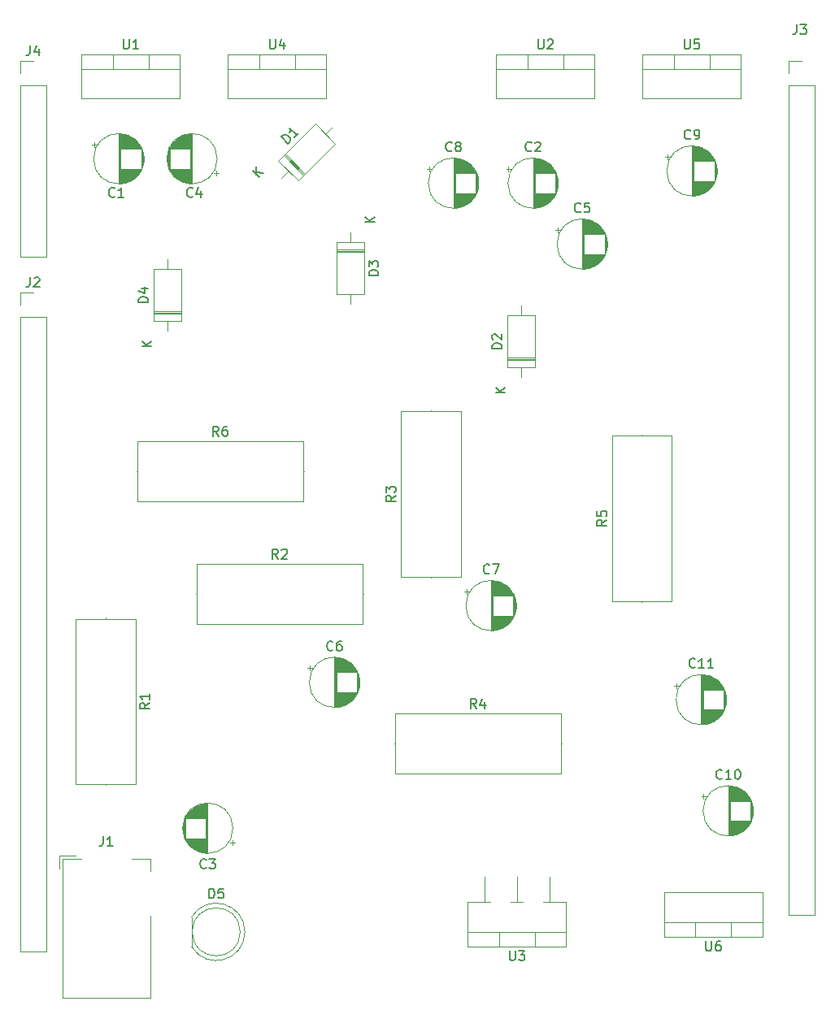
<source format=gbr>
%TF.GenerationSoftware,KiCad,Pcbnew,7.0.5-4d25ed1034~172~ubuntu22.04.1*%
%TF.CreationDate,2023-06-22T18:41:57-03:00*%
%TF.ProjectId,Fonte_tensao_LM675_v03,466f6e74-655f-4746-956e-73616f5f4c4d,v03*%
%TF.SameCoordinates,Original*%
%TF.FileFunction,Legend,Top*%
%TF.FilePolarity,Positive*%
%FSLAX46Y46*%
G04 Gerber Fmt 4.6, Leading zero omitted, Abs format (unit mm)*
G04 Created by KiCad (PCBNEW 7.0.5-4d25ed1034~172~ubuntu22.04.1) date 2023-06-22 18:41:57*
%MOMM*%
%LPD*%
G01*
G04 APERTURE LIST*
%ADD10C,0.150000*%
%ADD11C,0.120000*%
G04 APERTURE END LIST*
D10*
%TO.C,J1*%
X113966666Y-136654819D02*
X113966666Y-137369104D01*
X113966666Y-137369104D02*
X113919047Y-137511961D01*
X113919047Y-137511961D02*
X113823809Y-137607200D01*
X113823809Y-137607200D02*
X113680952Y-137654819D01*
X113680952Y-137654819D02*
X113585714Y-137654819D01*
X114966666Y-137654819D02*
X114395238Y-137654819D01*
X114680952Y-137654819D02*
X114680952Y-136654819D01*
X114680952Y-136654819D02*
X114585714Y-136797676D01*
X114585714Y-136797676D02*
X114490476Y-136892914D01*
X114490476Y-136892914D02*
X114395238Y-136940533D01*
%TO.C,U3*%
X156288095Y-148574819D02*
X156288095Y-149384342D01*
X156288095Y-149384342D02*
X156335714Y-149479580D01*
X156335714Y-149479580D02*
X156383333Y-149527200D01*
X156383333Y-149527200D02*
X156478571Y-149574819D01*
X156478571Y-149574819D02*
X156669047Y-149574819D01*
X156669047Y-149574819D02*
X156764285Y-149527200D01*
X156764285Y-149527200D02*
X156811904Y-149479580D01*
X156811904Y-149479580D02*
X156859523Y-149384342D01*
X156859523Y-149384342D02*
X156859523Y-148574819D01*
X157240476Y-148574819D02*
X157859523Y-148574819D01*
X157859523Y-148574819D02*
X157526190Y-148955771D01*
X157526190Y-148955771D02*
X157669047Y-148955771D01*
X157669047Y-148955771D02*
X157764285Y-149003390D01*
X157764285Y-149003390D02*
X157811904Y-149051009D01*
X157811904Y-149051009D02*
X157859523Y-149146247D01*
X157859523Y-149146247D02*
X157859523Y-149384342D01*
X157859523Y-149384342D02*
X157811904Y-149479580D01*
X157811904Y-149479580D02*
X157764285Y-149527200D01*
X157764285Y-149527200D02*
X157669047Y-149574819D01*
X157669047Y-149574819D02*
X157383333Y-149574819D01*
X157383333Y-149574819D02*
X157288095Y-149527200D01*
X157288095Y-149527200D02*
X157240476Y-149479580D01*
%TO.C,C2*%
X158563333Y-65189580D02*
X158515714Y-65237200D01*
X158515714Y-65237200D02*
X158372857Y-65284819D01*
X158372857Y-65284819D02*
X158277619Y-65284819D01*
X158277619Y-65284819D02*
X158134762Y-65237200D01*
X158134762Y-65237200D02*
X158039524Y-65141961D01*
X158039524Y-65141961D02*
X157991905Y-65046723D01*
X157991905Y-65046723D02*
X157944286Y-64856247D01*
X157944286Y-64856247D02*
X157944286Y-64713390D01*
X157944286Y-64713390D02*
X157991905Y-64522914D01*
X157991905Y-64522914D02*
X158039524Y-64427676D01*
X158039524Y-64427676D02*
X158134762Y-64332438D01*
X158134762Y-64332438D02*
X158277619Y-64284819D01*
X158277619Y-64284819D02*
X158372857Y-64284819D01*
X158372857Y-64284819D02*
X158515714Y-64332438D01*
X158515714Y-64332438D02*
X158563333Y-64380057D01*
X158944286Y-64380057D02*
X158991905Y-64332438D01*
X158991905Y-64332438D02*
X159087143Y-64284819D01*
X159087143Y-64284819D02*
X159325238Y-64284819D01*
X159325238Y-64284819D02*
X159420476Y-64332438D01*
X159420476Y-64332438D02*
X159468095Y-64380057D01*
X159468095Y-64380057D02*
X159515714Y-64475295D01*
X159515714Y-64475295D02*
X159515714Y-64570533D01*
X159515714Y-64570533D02*
X159468095Y-64713390D01*
X159468095Y-64713390D02*
X158896667Y-65284819D01*
X158896667Y-65284819D02*
X159515714Y-65284819D01*
%TO.C,C6*%
X137883333Y-117209580D02*
X137835714Y-117257200D01*
X137835714Y-117257200D02*
X137692857Y-117304819D01*
X137692857Y-117304819D02*
X137597619Y-117304819D01*
X137597619Y-117304819D02*
X137454762Y-117257200D01*
X137454762Y-117257200D02*
X137359524Y-117161961D01*
X137359524Y-117161961D02*
X137311905Y-117066723D01*
X137311905Y-117066723D02*
X137264286Y-116876247D01*
X137264286Y-116876247D02*
X137264286Y-116733390D01*
X137264286Y-116733390D02*
X137311905Y-116542914D01*
X137311905Y-116542914D02*
X137359524Y-116447676D01*
X137359524Y-116447676D02*
X137454762Y-116352438D01*
X137454762Y-116352438D02*
X137597619Y-116304819D01*
X137597619Y-116304819D02*
X137692857Y-116304819D01*
X137692857Y-116304819D02*
X137835714Y-116352438D01*
X137835714Y-116352438D02*
X137883333Y-116400057D01*
X138740476Y-116304819D02*
X138550000Y-116304819D01*
X138550000Y-116304819D02*
X138454762Y-116352438D01*
X138454762Y-116352438D02*
X138407143Y-116400057D01*
X138407143Y-116400057D02*
X138311905Y-116542914D01*
X138311905Y-116542914D02*
X138264286Y-116733390D01*
X138264286Y-116733390D02*
X138264286Y-117114342D01*
X138264286Y-117114342D02*
X138311905Y-117209580D01*
X138311905Y-117209580D02*
X138359524Y-117257200D01*
X138359524Y-117257200D02*
X138454762Y-117304819D01*
X138454762Y-117304819D02*
X138645238Y-117304819D01*
X138645238Y-117304819D02*
X138740476Y-117257200D01*
X138740476Y-117257200D02*
X138788095Y-117209580D01*
X138788095Y-117209580D02*
X138835714Y-117114342D01*
X138835714Y-117114342D02*
X138835714Y-116876247D01*
X138835714Y-116876247D02*
X138788095Y-116781009D01*
X138788095Y-116781009D02*
X138740476Y-116733390D01*
X138740476Y-116733390D02*
X138645238Y-116685771D01*
X138645238Y-116685771D02*
X138454762Y-116685771D01*
X138454762Y-116685771D02*
X138359524Y-116733390D01*
X138359524Y-116733390D02*
X138311905Y-116781009D01*
X138311905Y-116781009D02*
X138264286Y-116876247D01*
%TO.C,R1*%
X118774819Y-122766666D02*
X118298628Y-123099999D01*
X118774819Y-123338094D02*
X117774819Y-123338094D01*
X117774819Y-123338094D02*
X117774819Y-122957142D01*
X117774819Y-122957142D02*
X117822438Y-122861904D01*
X117822438Y-122861904D02*
X117870057Y-122814285D01*
X117870057Y-122814285D02*
X117965295Y-122766666D01*
X117965295Y-122766666D02*
X118108152Y-122766666D01*
X118108152Y-122766666D02*
X118203390Y-122814285D01*
X118203390Y-122814285D02*
X118251009Y-122861904D01*
X118251009Y-122861904D02*
X118298628Y-122957142D01*
X118298628Y-122957142D02*
X118298628Y-123338094D01*
X118774819Y-121814285D02*
X118774819Y-122385713D01*
X118774819Y-122099999D02*
X117774819Y-122099999D01*
X117774819Y-122099999D02*
X117917676Y-122195237D01*
X117917676Y-122195237D02*
X118012914Y-122290475D01*
X118012914Y-122290475D02*
X118060533Y-122385713D01*
%TO.C,D2*%
X155464819Y-85828094D02*
X154464819Y-85828094D01*
X154464819Y-85828094D02*
X154464819Y-85589999D01*
X154464819Y-85589999D02*
X154512438Y-85447142D01*
X154512438Y-85447142D02*
X154607676Y-85351904D01*
X154607676Y-85351904D02*
X154702914Y-85304285D01*
X154702914Y-85304285D02*
X154893390Y-85256666D01*
X154893390Y-85256666D02*
X155036247Y-85256666D01*
X155036247Y-85256666D02*
X155226723Y-85304285D01*
X155226723Y-85304285D02*
X155321961Y-85351904D01*
X155321961Y-85351904D02*
X155417200Y-85447142D01*
X155417200Y-85447142D02*
X155464819Y-85589999D01*
X155464819Y-85589999D02*
X155464819Y-85828094D01*
X154560057Y-84875713D02*
X154512438Y-84828094D01*
X154512438Y-84828094D02*
X154464819Y-84732856D01*
X154464819Y-84732856D02*
X154464819Y-84494761D01*
X154464819Y-84494761D02*
X154512438Y-84399523D01*
X154512438Y-84399523D02*
X154560057Y-84351904D01*
X154560057Y-84351904D02*
X154655295Y-84304285D01*
X154655295Y-84304285D02*
X154750533Y-84304285D01*
X154750533Y-84304285D02*
X154893390Y-84351904D01*
X154893390Y-84351904D02*
X155464819Y-84923332D01*
X155464819Y-84923332D02*
X155464819Y-84304285D01*
X155834819Y-90431904D02*
X154834819Y-90431904D01*
X155834819Y-89860476D02*
X155263390Y-90289047D01*
X154834819Y-89860476D02*
X155406247Y-90431904D01*
%TO.C,U1*%
X116078095Y-53604819D02*
X116078095Y-54414342D01*
X116078095Y-54414342D02*
X116125714Y-54509580D01*
X116125714Y-54509580D02*
X116173333Y-54557200D01*
X116173333Y-54557200D02*
X116268571Y-54604819D01*
X116268571Y-54604819D02*
X116459047Y-54604819D01*
X116459047Y-54604819D02*
X116554285Y-54557200D01*
X116554285Y-54557200D02*
X116601904Y-54509580D01*
X116601904Y-54509580D02*
X116649523Y-54414342D01*
X116649523Y-54414342D02*
X116649523Y-53604819D01*
X117649523Y-54604819D02*
X117078095Y-54604819D01*
X117363809Y-54604819D02*
X117363809Y-53604819D01*
X117363809Y-53604819D02*
X117268571Y-53747676D01*
X117268571Y-53747676D02*
X117173333Y-53842914D01*
X117173333Y-53842914D02*
X117078095Y-53890533D01*
%TO.C,D4*%
X118634819Y-81002094D02*
X117634819Y-81002094D01*
X117634819Y-81002094D02*
X117634819Y-80763999D01*
X117634819Y-80763999D02*
X117682438Y-80621142D01*
X117682438Y-80621142D02*
X117777676Y-80525904D01*
X117777676Y-80525904D02*
X117872914Y-80478285D01*
X117872914Y-80478285D02*
X118063390Y-80430666D01*
X118063390Y-80430666D02*
X118206247Y-80430666D01*
X118206247Y-80430666D02*
X118396723Y-80478285D01*
X118396723Y-80478285D02*
X118491961Y-80525904D01*
X118491961Y-80525904D02*
X118587200Y-80621142D01*
X118587200Y-80621142D02*
X118634819Y-80763999D01*
X118634819Y-80763999D02*
X118634819Y-81002094D01*
X117968152Y-79573523D02*
X118634819Y-79573523D01*
X117587200Y-79811618D02*
X118301485Y-80049713D01*
X118301485Y-80049713D02*
X118301485Y-79430666D01*
X119004819Y-85605904D02*
X118004819Y-85605904D01*
X119004819Y-85034476D02*
X118433390Y-85463047D01*
X118004819Y-85034476D02*
X118576247Y-85605904D01*
%TO.C,C10*%
X178407142Y-130594580D02*
X178359523Y-130642200D01*
X178359523Y-130642200D02*
X178216666Y-130689819D01*
X178216666Y-130689819D02*
X178121428Y-130689819D01*
X178121428Y-130689819D02*
X177978571Y-130642200D01*
X177978571Y-130642200D02*
X177883333Y-130546961D01*
X177883333Y-130546961D02*
X177835714Y-130451723D01*
X177835714Y-130451723D02*
X177788095Y-130261247D01*
X177788095Y-130261247D02*
X177788095Y-130118390D01*
X177788095Y-130118390D02*
X177835714Y-129927914D01*
X177835714Y-129927914D02*
X177883333Y-129832676D01*
X177883333Y-129832676D02*
X177978571Y-129737438D01*
X177978571Y-129737438D02*
X178121428Y-129689819D01*
X178121428Y-129689819D02*
X178216666Y-129689819D01*
X178216666Y-129689819D02*
X178359523Y-129737438D01*
X178359523Y-129737438D02*
X178407142Y-129785057D01*
X179359523Y-130689819D02*
X178788095Y-130689819D01*
X179073809Y-130689819D02*
X179073809Y-129689819D01*
X179073809Y-129689819D02*
X178978571Y-129832676D01*
X178978571Y-129832676D02*
X178883333Y-129927914D01*
X178883333Y-129927914D02*
X178788095Y-129975533D01*
X179978571Y-129689819D02*
X180073809Y-129689819D01*
X180073809Y-129689819D02*
X180169047Y-129737438D01*
X180169047Y-129737438D02*
X180216666Y-129785057D01*
X180216666Y-129785057D02*
X180264285Y-129880295D01*
X180264285Y-129880295D02*
X180311904Y-130070771D01*
X180311904Y-130070771D02*
X180311904Y-130308866D01*
X180311904Y-130308866D02*
X180264285Y-130499342D01*
X180264285Y-130499342D02*
X180216666Y-130594580D01*
X180216666Y-130594580D02*
X180169047Y-130642200D01*
X180169047Y-130642200D02*
X180073809Y-130689819D01*
X180073809Y-130689819D02*
X179978571Y-130689819D01*
X179978571Y-130689819D02*
X179883333Y-130642200D01*
X179883333Y-130642200D02*
X179835714Y-130594580D01*
X179835714Y-130594580D02*
X179788095Y-130499342D01*
X179788095Y-130499342D02*
X179740476Y-130308866D01*
X179740476Y-130308866D02*
X179740476Y-130070771D01*
X179740476Y-130070771D02*
X179788095Y-129880295D01*
X179788095Y-129880295D02*
X179835714Y-129785057D01*
X179835714Y-129785057D02*
X179883333Y-129737438D01*
X179883333Y-129737438D02*
X179978571Y-129689819D01*
%TO.C,J3*%
X186191666Y-52069819D02*
X186191666Y-52784104D01*
X186191666Y-52784104D02*
X186144047Y-52926961D01*
X186144047Y-52926961D02*
X186048809Y-53022200D01*
X186048809Y-53022200D02*
X185905952Y-53069819D01*
X185905952Y-53069819D02*
X185810714Y-53069819D01*
X186572619Y-52069819D02*
X187191666Y-52069819D01*
X187191666Y-52069819D02*
X186858333Y-52450771D01*
X186858333Y-52450771D02*
X187001190Y-52450771D01*
X187001190Y-52450771D02*
X187096428Y-52498390D01*
X187096428Y-52498390D02*
X187144047Y-52546009D01*
X187144047Y-52546009D02*
X187191666Y-52641247D01*
X187191666Y-52641247D02*
X187191666Y-52879342D01*
X187191666Y-52879342D02*
X187144047Y-52974580D01*
X187144047Y-52974580D02*
X187096428Y-53022200D01*
X187096428Y-53022200D02*
X187001190Y-53069819D01*
X187001190Y-53069819D02*
X186715476Y-53069819D01*
X186715476Y-53069819D02*
X186620238Y-53022200D01*
X186620238Y-53022200D02*
X186572619Y-52974580D01*
%TO.C,R4*%
X152833333Y-123334819D02*
X152500000Y-122858628D01*
X152261905Y-123334819D02*
X152261905Y-122334819D01*
X152261905Y-122334819D02*
X152642857Y-122334819D01*
X152642857Y-122334819D02*
X152738095Y-122382438D01*
X152738095Y-122382438D02*
X152785714Y-122430057D01*
X152785714Y-122430057D02*
X152833333Y-122525295D01*
X152833333Y-122525295D02*
X152833333Y-122668152D01*
X152833333Y-122668152D02*
X152785714Y-122763390D01*
X152785714Y-122763390D02*
X152738095Y-122811009D01*
X152738095Y-122811009D02*
X152642857Y-122858628D01*
X152642857Y-122858628D02*
X152261905Y-122858628D01*
X153690476Y-122668152D02*
X153690476Y-123334819D01*
X153452381Y-122287200D02*
X153214286Y-123001485D01*
X153214286Y-123001485D02*
X153833333Y-123001485D01*
%TO.C,U6*%
X176729207Y-147579819D02*
X176729207Y-148389342D01*
X176729207Y-148389342D02*
X176776826Y-148484580D01*
X176776826Y-148484580D02*
X176824445Y-148532200D01*
X176824445Y-148532200D02*
X176919683Y-148579819D01*
X176919683Y-148579819D02*
X177110159Y-148579819D01*
X177110159Y-148579819D02*
X177205397Y-148532200D01*
X177205397Y-148532200D02*
X177253016Y-148484580D01*
X177253016Y-148484580D02*
X177300635Y-148389342D01*
X177300635Y-148389342D02*
X177300635Y-147579819D01*
X178205397Y-147579819D02*
X178014921Y-147579819D01*
X178014921Y-147579819D02*
X177919683Y-147627438D01*
X177919683Y-147627438D02*
X177872064Y-147675057D01*
X177872064Y-147675057D02*
X177776826Y-147817914D01*
X177776826Y-147817914D02*
X177729207Y-148008390D01*
X177729207Y-148008390D02*
X177729207Y-148389342D01*
X177729207Y-148389342D02*
X177776826Y-148484580D01*
X177776826Y-148484580D02*
X177824445Y-148532200D01*
X177824445Y-148532200D02*
X177919683Y-148579819D01*
X177919683Y-148579819D02*
X178110159Y-148579819D01*
X178110159Y-148579819D02*
X178205397Y-148532200D01*
X178205397Y-148532200D02*
X178253016Y-148484580D01*
X178253016Y-148484580D02*
X178300635Y-148389342D01*
X178300635Y-148389342D02*
X178300635Y-148151247D01*
X178300635Y-148151247D02*
X178253016Y-148056009D01*
X178253016Y-148056009D02*
X178205397Y-148008390D01*
X178205397Y-148008390D02*
X178110159Y-147960771D01*
X178110159Y-147960771D02*
X177919683Y-147960771D01*
X177919683Y-147960771D02*
X177824445Y-148008390D01*
X177824445Y-148008390D02*
X177776826Y-148056009D01*
X177776826Y-148056009D02*
X177729207Y-148151247D01*
%TO.C,C9*%
X175113333Y-63919580D02*
X175065714Y-63967200D01*
X175065714Y-63967200D02*
X174922857Y-64014819D01*
X174922857Y-64014819D02*
X174827619Y-64014819D01*
X174827619Y-64014819D02*
X174684762Y-63967200D01*
X174684762Y-63967200D02*
X174589524Y-63871961D01*
X174589524Y-63871961D02*
X174541905Y-63776723D01*
X174541905Y-63776723D02*
X174494286Y-63586247D01*
X174494286Y-63586247D02*
X174494286Y-63443390D01*
X174494286Y-63443390D02*
X174541905Y-63252914D01*
X174541905Y-63252914D02*
X174589524Y-63157676D01*
X174589524Y-63157676D02*
X174684762Y-63062438D01*
X174684762Y-63062438D02*
X174827619Y-63014819D01*
X174827619Y-63014819D02*
X174922857Y-63014819D01*
X174922857Y-63014819D02*
X175065714Y-63062438D01*
X175065714Y-63062438D02*
X175113333Y-63110057D01*
X175589524Y-64014819D02*
X175780000Y-64014819D01*
X175780000Y-64014819D02*
X175875238Y-63967200D01*
X175875238Y-63967200D02*
X175922857Y-63919580D01*
X175922857Y-63919580D02*
X176018095Y-63776723D01*
X176018095Y-63776723D02*
X176065714Y-63586247D01*
X176065714Y-63586247D02*
X176065714Y-63205295D01*
X176065714Y-63205295D02*
X176018095Y-63110057D01*
X176018095Y-63110057D02*
X175970476Y-63062438D01*
X175970476Y-63062438D02*
X175875238Y-63014819D01*
X175875238Y-63014819D02*
X175684762Y-63014819D01*
X175684762Y-63014819D02*
X175589524Y-63062438D01*
X175589524Y-63062438D02*
X175541905Y-63110057D01*
X175541905Y-63110057D02*
X175494286Y-63205295D01*
X175494286Y-63205295D02*
X175494286Y-63443390D01*
X175494286Y-63443390D02*
X175541905Y-63538628D01*
X175541905Y-63538628D02*
X175589524Y-63586247D01*
X175589524Y-63586247D02*
X175684762Y-63633866D01*
X175684762Y-63633866D02*
X175875238Y-63633866D01*
X175875238Y-63633866D02*
X175970476Y-63586247D01*
X175970476Y-63586247D02*
X176018095Y-63538628D01*
X176018095Y-63538628D02*
X176065714Y-63443390D01*
%TO.C,R5*%
X166387819Y-103671666D02*
X165911628Y-104004999D01*
X166387819Y-104243094D02*
X165387819Y-104243094D01*
X165387819Y-104243094D02*
X165387819Y-103862142D01*
X165387819Y-103862142D02*
X165435438Y-103766904D01*
X165435438Y-103766904D02*
X165483057Y-103719285D01*
X165483057Y-103719285D02*
X165578295Y-103671666D01*
X165578295Y-103671666D02*
X165721152Y-103671666D01*
X165721152Y-103671666D02*
X165816390Y-103719285D01*
X165816390Y-103719285D02*
X165864009Y-103766904D01*
X165864009Y-103766904D02*
X165911628Y-103862142D01*
X165911628Y-103862142D02*
X165911628Y-104243094D01*
X165387819Y-102766904D02*
X165387819Y-103243094D01*
X165387819Y-103243094D02*
X165864009Y-103290713D01*
X165864009Y-103290713D02*
X165816390Y-103243094D01*
X165816390Y-103243094D02*
X165768771Y-103147856D01*
X165768771Y-103147856D02*
X165768771Y-102909761D01*
X165768771Y-102909761D02*
X165816390Y-102814523D01*
X165816390Y-102814523D02*
X165864009Y-102766904D01*
X165864009Y-102766904D02*
X165959247Y-102719285D01*
X165959247Y-102719285D02*
X166197342Y-102719285D01*
X166197342Y-102719285D02*
X166292580Y-102766904D01*
X166292580Y-102766904D02*
X166340200Y-102814523D01*
X166340200Y-102814523D02*
X166387819Y-102909761D01*
X166387819Y-102909761D02*
X166387819Y-103147856D01*
X166387819Y-103147856D02*
X166340200Y-103243094D01*
X166340200Y-103243094D02*
X166292580Y-103290713D01*
%TO.C,U2*%
X159258095Y-53604819D02*
X159258095Y-54414342D01*
X159258095Y-54414342D02*
X159305714Y-54509580D01*
X159305714Y-54509580D02*
X159353333Y-54557200D01*
X159353333Y-54557200D02*
X159448571Y-54604819D01*
X159448571Y-54604819D02*
X159639047Y-54604819D01*
X159639047Y-54604819D02*
X159734285Y-54557200D01*
X159734285Y-54557200D02*
X159781904Y-54509580D01*
X159781904Y-54509580D02*
X159829523Y-54414342D01*
X159829523Y-54414342D02*
X159829523Y-53604819D01*
X160258095Y-53700057D02*
X160305714Y-53652438D01*
X160305714Y-53652438D02*
X160400952Y-53604819D01*
X160400952Y-53604819D02*
X160639047Y-53604819D01*
X160639047Y-53604819D02*
X160734285Y-53652438D01*
X160734285Y-53652438D02*
X160781904Y-53700057D01*
X160781904Y-53700057D02*
X160829523Y-53795295D01*
X160829523Y-53795295D02*
X160829523Y-53890533D01*
X160829523Y-53890533D02*
X160781904Y-54033390D01*
X160781904Y-54033390D02*
X160210476Y-54604819D01*
X160210476Y-54604819D02*
X160829523Y-54604819D01*
%TO.C,C8*%
X150278221Y-65189580D02*
X150230602Y-65237200D01*
X150230602Y-65237200D02*
X150087745Y-65284819D01*
X150087745Y-65284819D02*
X149992507Y-65284819D01*
X149992507Y-65284819D02*
X149849650Y-65237200D01*
X149849650Y-65237200D02*
X149754412Y-65141961D01*
X149754412Y-65141961D02*
X149706793Y-65046723D01*
X149706793Y-65046723D02*
X149659174Y-64856247D01*
X149659174Y-64856247D02*
X149659174Y-64713390D01*
X149659174Y-64713390D02*
X149706793Y-64522914D01*
X149706793Y-64522914D02*
X149754412Y-64427676D01*
X149754412Y-64427676D02*
X149849650Y-64332438D01*
X149849650Y-64332438D02*
X149992507Y-64284819D01*
X149992507Y-64284819D02*
X150087745Y-64284819D01*
X150087745Y-64284819D02*
X150230602Y-64332438D01*
X150230602Y-64332438D02*
X150278221Y-64380057D01*
X150849650Y-64713390D02*
X150754412Y-64665771D01*
X150754412Y-64665771D02*
X150706793Y-64618152D01*
X150706793Y-64618152D02*
X150659174Y-64522914D01*
X150659174Y-64522914D02*
X150659174Y-64475295D01*
X150659174Y-64475295D02*
X150706793Y-64380057D01*
X150706793Y-64380057D02*
X150754412Y-64332438D01*
X150754412Y-64332438D02*
X150849650Y-64284819D01*
X150849650Y-64284819D02*
X151040126Y-64284819D01*
X151040126Y-64284819D02*
X151135364Y-64332438D01*
X151135364Y-64332438D02*
X151182983Y-64380057D01*
X151182983Y-64380057D02*
X151230602Y-64475295D01*
X151230602Y-64475295D02*
X151230602Y-64522914D01*
X151230602Y-64522914D02*
X151182983Y-64618152D01*
X151182983Y-64618152D02*
X151135364Y-64665771D01*
X151135364Y-64665771D02*
X151040126Y-64713390D01*
X151040126Y-64713390D02*
X150849650Y-64713390D01*
X150849650Y-64713390D02*
X150754412Y-64761009D01*
X150754412Y-64761009D02*
X150706793Y-64808628D01*
X150706793Y-64808628D02*
X150659174Y-64903866D01*
X150659174Y-64903866D02*
X150659174Y-65094342D01*
X150659174Y-65094342D02*
X150706793Y-65189580D01*
X150706793Y-65189580D02*
X150754412Y-65237200D01*
X150754412Y-65237200D02*
X150849650Y-65284819D01*
X150849650Y-65284819D02*
X151040126Y-65284819D01*
X151040126Y-65284819D02*
X151135364Y-65237200D01*
X151135364Y-65237200D02*
X151182983Y-65189580D01*
X151182983Y-65189580D02*
X151230602Y-65094342D01*
X151230602Y-65094342D02*
X151230602Y-64903866D01*
X151230602Y-64903866D02*
X151182983Y-64808628D01*
X151182983Y-64808628D02*
X151135364Y-64761009D01*
X151135364Y-64761009D02*
X151040126Y-64713390D01*
%TO.C,J4*%
X106346666Y-54274819D02*
X106346666Y-54989104D01*
X106346666Y-54989104D02*
X106299047Y-55131961D01*
X106299047Y-55131961D02*
X106203809Y-55227200D01*
X106203809Y-55227200D02*
X106060952Y-55274819D01*
X106060952Y-55274819D02*
X105965714Y-55274819D01*
X107251428Y-54608152D02*
X107251428Y-55274819D01*
X107013333Y-54227200D02*
X106775238Y-54941485D01*
X106775238Y-54941485D02*
X107394285Y-54941485D01*
%TO.C,J2*%
X106346666Y-78404819D02*
X106346666Y-79119104D01*
X106346666Y-79119104D02*
X106299047Y-79261961D01*
X106299047Y-79261961D02*
X106203809Y-79357200D01*
X106203809Y-79357200D02*
X106060952Y-79404819D01*
X106060952Y-79404819D02*
X105965714Y-79404819D01*
X106775238Y-78500057D02*
X106822857Y-78452438D01*
X106822857Y-78452438D02*
X106918095Y-78404819D01*
X106918095Y-78404819D02*
X107156190Y-78404819D01*
X107156190Y-78404819D02*
X107251428Y-78452438D01*
X107251428Y-78452438D02*
X107299047Y-78500057D01*
X107299047Y-78500057D02*
X107346666Y-78595295D01*
X107346666Y-78595295D02*
X107346666Y-78690533D01*
X107346666Y-78690533D02*
X107299047Y-78833390D01*
X107299047Y-78833390D02*
X106727619Y-79404819D01*
X106727619Y-79404819D02*
X107346666Y-79404819D01*
%TO.C,R2*%
X132167333Y-107713819D02*
X131834000Y-107237628D01*
X131595905Y-107713819D02*
X131595905Y-106713819D01*
X131595905Y-106713819D02*
X131976857Y-106713819D01*
X131976857Y-106713819D02*
X132072095Y-106761438D01*
X132072095Y-106761438D02*
X132119714Y-106809057D01*
X132119714Y-106809057D02*
X132167333Y-106904295D01*
X132167333Y-106904295D02*
X132167333Y-107047152D01*
X132167333Y-107047152D02*
X132119714Y-107142390D01*
X132119714Y-107142390D02*
X132072095Y-107190009D01*
X132072095Y-107190009D02*
X131976857Y-107237628D01*
X131976857Y-107237628D02*
X131595905Y-107237628D01*
X132548286Y-106809057D02*
X132595905Y-106761438D01*
X132595905Y-106761438D02*
X132691143Y-106713819D01*
X132691143Y-106713819D02*
X132929238Y-106713819D01*
X132929238Y-106713819D02*
X133024476Y-106761438D01*
X133024476Y-106761438D02*
X133072095Y-106809057D01*
X133072095Y-106809057D02*
X133119714Y-106904295D01*
X133119714Y-106904295D02*
X133119714Y-106999533D01*
X133119714Y-106999533D02*
X133072095Y-107142390D01*
X133072095Y-107142390D02*
X132500667Y-107713819D01*
X132500667Y-107713819D02*
X133119714Y-107713819D01*
%TO.C,U4*%
X131318095Y-53604819D02*
X131318095Y-54414342D01*
X131318095Y-54414342D02*
X131365714Y-54509580D01*
X131365714Y-54509580D02*
X131413333Y-54557200D01*
X131413333Y-54557200D02*
X131508571Y-54604819D01*
X131508571Y-54604819D02*
X131699047Y-54604819D01*
X131699047Y-54604819D02*
X131794285Y-54557200D01*
X131794285Y-54557200D02*
X131841904Y-54509580D01*
X131841904Y-54509580D02*
X131889523Y-54414342D01*
X131889523Y-54414342D02*
X131889523Y-53604819D01*
X132794285Y-53938152D02*
X132794285Y-54604819D01*
X132556190Y-53557200D02*
X132318095Y-54271485D01*
X132318095Y-54271485D02*
X132937142Y-54271485D01*
%TO.C,C5*%
X163683333Y-71539580D02*
X163635714Y-71587200D01*
X163635714Y-71587200D02*
X163492857Y-71634819D01*
X163492857Y-71634819D02*
X163397619Y-71634819D01*
X163397619Y-71634819D02*
X163254762Y-71587200D01*
X163254762Y-71587200D02*
X163159524Y-71491961D01*
X163159524Y-71491961D02*
X163111905Y-71396723D01*
X163111905Y-71396723D02*
X163064286Y-71206247D01*
X163064286Y-71206247D02*
X163064286Y-71063390D01*
X163064286Y-71063390D02*
X163111905Y-70872914D01*
X163111905Y-70872914D02*
X163159524Y-70777676D01*
X163159524Y-70777676D02*
X163254762Y-70682438D01*
X163254762Y-70682438D02*
X163397619Y-70634819D01*
X163397619Y-70634819D02*
X163492857Y-70634819D01*
X163492857Y-70634819D02*
X163635714Y-70682438D01*
X163635714Y-70682438D02*
X163683333Y-70730057D01*
X164588095Y-70634819D02*
X164111905Y-70634819D01*
X164111905Y-70634819D02*
X164064286Y-71111009D01*
X164064286Y-71111009D02*
X164111905Y-71063390D01*
X164111905Y-71063390D02*
X164207143Y-71015771D01*
X164207143Y-71015771D02*
X164445238Y-71015771D01*
X164445238Y-71015771D02*
X164540476Y-71063390D01*
X164540476Y-71063390D02*
X164588095Y-71111009D01*
X164588095Y-71111009D02*
X164635714Y-71206247D01*
X164635714Y-71206247D02*
X164635714Y-71444342D01*
X164635714Y-71444342D02*
X164588095Y-71539580D01*
X164588095Y-71539580D02*
X164540476Y-71587200D01*
X164540476Y-71587200D02*
X164445238Y-71634819D01*
X164445238Y-71634819D02*
X164207143Y-71634819D01*
X164207143Y-71634819D02*
X164111905Y-71587200D01*
X164111905Y-71587200D02*
X164064286Y-71539580D01*
%TO.C,U5*%
X174498095Y-53604819D02*
X174498095Y-54414342D01*
X174498095Y-54414342D02*
X174545714Y-54509580D01*
X174545714Y-54509580D02*
X174593333Y-54557200D01*
X174593333Y-54557200D02*
X174688571Y-54604819D01*
X174688571Y-54604819D02*
X174879047Y-54604819D01*
X174879047Y-54604819D02*
X174974285Y-54557200D01*
X174974285Y-54557200D02*
X175021904Y-54509580D01*
X175021904Y-54509580D02*
X175069523Y-54414342D01*
X175069523Y-54414342D02*
X175069523Y-53604819D01*
X176021904Y-53604819D02*
X175545714Y-53604819D01*
X175545714Y-53604819D02*
X175498095Y-54081009D01*
X175498095Y-54081009D02*
X175545714Y-54033390D01*
X175545714Y-54033390D02*
X175640952Y-53985771D01*
X175640952Y-53985771D02*
X175879047Y-53985771D01*
X175879047Y-53985771D02*
X175974285Y-54033390D01*
X175974285Y-54033390D02*
X176021904Y-54081009D01*
X176021904Y-54081009D02*
X176069523Y-54176247D01*
X176069523Y-54176247D02*
X176069523Y-54414342D01*
X176069523Y-54414342D02*
X176021904Y-54509580D01*
X176021904Y-54509580D02*
X175974285Y-54557200D01*
X175974285Y-54557200D02*
X175879047Y-54604819D01*
X175879047Y-54604819D02*
X175640952Y-54604819D01*
X175640952Y-54604819D02*
X175545714Y-54557200D01*
X175545714Y-54557200D02*
X175498095Y-54509580D01*
%TO.C,C7*%
X154183333Y-109209580D02*
X154135714Y-109257200D01*
X154135714Y-109257200D02*
X153992857Y-109304819D01*
X153992857Y-109304819D02*
X153897619Y-109304819D01*
X153897619Y-109304819D02*
X153754762Y-109257200D01*
X153754762Y-109257200D02*
X153659524Y-109161961D01*
X153659524Y-109161961D02*
X153611905Y-109066723D01*
X153611905Y-109066723D02*
X153564286Y-108876247D01*
X153564286Y-108876247D02*
X153564286Y-108733390D01*
X153564286Y-108733390D02*
X153611905Y-108542914D01*
X153611905Y-108542914D02*
X153659524Y-108447676D01*
X153659524Y-108447676D02*
X153754762Y-108352438D01*
X153754762Y-108352438D02*
X153897619Y-108304819D01*
X153897619Y-108304819D02*
X153992857Y-108304819D01*
X153992857Y-108304819D02*
X154135714Y-108352438D01*
X154135714Y-108352438D02*
X154183333Y-108400057D01*
X154516667Y-108304819D02*
X155183333Y-108304819D01*
X155183333Y-108304819D02*
X154754762Y-109304819D01*
%TO.C,C1*%
X115149333Y-69955580D02*
X115101714Y-70003200D01*
X115101714Y-70003200D02*
X114958857Y-70050819D01*
X114958857Y-70050819D02*
X114863619Y-70050819D01*
X114863619Y-70050819D02*
X114720762Y-70003200D01*
X114720762Y-70003200D02*
X114625524Y-69907961D01*
X114625524Y-69907961D02*
X114577905Y-69812723D01*
X114577905Y-69812723D02*
X114530286Y-69622247D01*
X114530286Y-69622247D02*
X114530286Y-69479390D01*
X114530286Y-69479390D02*
X114577905Y-69288914D01*
X114577905Y-69288914D02*
X114625524Y-69193676D01*
X114625524Y-69193676D02*
X114720762Y-69098438D01*
X114720762Y-69098438D02*
X114863619Y-69050819D01*
X114863619Y-69050819D02*
X114958857Y-69050819D01*
X114958857Y-69050819D02*
X115101714Y-69098438D01*
X115101714Y-69098438D02*
X115149333Y-69146057D01*
X116101714Y-70050819D02*
X115530286Y-70050819D01*
X115816000Y-70050819D02*
X115816000Y-69050819D01*
X115816000Y-69050819D02*
X115720762Y-69193676D01*
X115720762Y-69193676D02*
X115625524Y-69288914D01*
X115625524Y-69288914D02*
X115530286Y-69336533D01*
%TO.C,R3*%
X144416819Y-101131666D02*
X143940628Y-101464999D01*
X144416819Y-101703094D02*
X143416819Y-101703094D01*
X143416819Y-101703094D02*
X143416819Y-101322142D01*
X143416819Y-101322142D02*
X143464438Y-101226904D01*
X143464438Y-101226904D02*
X143512057Y-101179285D01*
X143512057Y-101179285D02*
X143607295Y-101131666D01*
X143607295Y-101131666D02*
X143750152Y-101131666D01*
X143750152Y-101131666D02*
X143845390Y-101179285D01*
X143845390Y-101179285D02*
X143893009Y-101226904D01*
X143893009Y-101226904D02*
X143940628Y-101322142D01*
X143940628Y-101322142D02*
X143940628Y-101703094D01*
X143416819Y-100798332D02*
X143416819Y-100179285D01*
X143416819Y-100179285D02*
X143797771Y-100512618D01*
X143797771Y-100512618D02*
X143797771Y-100369761D01*
X143797771Y-100369761D02*
X143845390Y-100274523D01*
X143845390Y-100274523D02*
X143893009Y-100226904D01*
X143893009Y-100226904D02*
X143988247Y-100179285D01*
X143988247Y-100179285D02*
X144226342Y-100179285D01*
X144226342Y-100179285D02*
X144321580Y-100226904D01*
X144321580Y-100226904D02*
X144369200Y-100274523D01*
X144369200Y-100274523D02*
X144416819Y-100369761D01*
X144416819Y-100369761D02*
X144416819Y-100655475D01*
X144416819Y-100655475D02*
X144369200Y-100750713D01*
X144369200Y-100750713D02*
X144321580Y-100798332D01*
%TO.C,D3*%
X142624819Y-78208094D02*
X141624819Y-78208094D01*
X141624819Y-78208094D02*
X141624819Y-77969999D01*
X141624819Y-77969999D02*
X141672438Y-77827142D01*
X141672438Y-77827142D02*
X141767676Y-77731904D01*
X141767676Y-77731904D02*
X141862914Y-77684285D01*
X141862914Y-77684285D02*
X142053390Y-77636666D01*
X142053390Y-77636666D02*
X142196247Y-77636666D01*
X142196247Y-77636666D02*
X142386723Y-77684285D01*
X142386723Y-77684285D02*
X142481961Y-77731904D01*
X142481961Y-77731904D02*
X142577200Y-77827142D01*
X142577200Y-77827142D02*
X142624819Y-77969999D01*
X142624819Y-77969999D02*
X142624819Y-78208094D01*
X141624819Y-77303332D02*
X141624819Y-76684285D01*
X141624819Y-76684285D02*
X142005771Y-77017618D01*
X142005771Y-77017618D02*
X142005771Y-76874761D01*
X142005771Y-76874761D02*
X142053390Y-76779523D01*
X142053390Y-76779523D02*
X142101009Y-76731904D01*
X142101009Y-76731904D02*
X142196247Y-76684285D01*
X142196247Y-76684285D02*
X142434342Y-76684285D01*
X142434342Y-76684285D02*
X142529580Y-76731904D01*
X142529580Y-76731904D02*
X142577200Y-76779523D01*
X142577200Y-76779523D02*
X142624819Y-76874761D01*
X142624819Y-76874761D02*
X142624819Y-77160475D01*
X142624819Y-77160475D02*
X142577200Y-77255713D01*
X142577200Y-77255713D02*
X142529580Y-77303332D01*
X142254819Y-72651904D02*
X141254819Y-72651904D01*
X142254819Y-72080476D02*
X141683390Y-72509047D01*
X141254819Y-72080476D02*
X141826247Y-72651904D01*
%TO.C,C11*%
X175598254Y-119009580D02*
X175550635Y-119057200D01*
X175550635Y-119057200D02*
X175407778Y-119104819D01*
X175407778Y-119104819D02*
X175312540Y-119104819D01*
X175312540Y-119104819D02*
X175169683Y-119057200D01*
X175169683Y-119057200D02*
X175074445Y-118961961D01*
X175074445Y-118961961D02*
X175026826Y-118866723D01*
X175026826Y-118866723D02*
X174979207Y-118676247D01*
X174979207Y-118676247D02*
X174979207Y-118533390D01*
X174979207Y-118533390D02*
X175026826Y-118342914D01*
X175026826Y-118342914D02*
X175074445Y-118247676D01*
X175074445Y-118247676D02*
X175169683Y-118152438D01*
X175169683Y-118152438D02*
X175312540Y-118104819D01*
X175312540Y-118104819D02*
X175407778Y-118104819D01*
X175407778Y-118104819D02*
X175550635Y-118152438D01*
X175550635Y-118152438D02*
X175598254Y-118200057D01*
X176550635Y-119104819D02*
X175979207Y-119104819D01*
X176264921Y-119104819D02*
X176264921Y-118104819D01*
X176264921Y-118104819D02*
X176169683Y-118247676D01*
X176169683Y-118247676D02*
X176074445Y-118342914D01*
X176074445Y-118342914D02*
X175979207Y-118390533D01*
X177503016Y-119104819D02*
X176931588Y-119104819D01*
X177217302Y-119104819D02*
X177217302Y-118104819D01*
X177217302Y-118104819D02*
X177122064Y-118247676D01*
X177122064Y-118247676D02*
X177026826Y-118342914D01*
X177026826Y-118342914D02*
X176931588Y-118390533D01*
%TO.C,C3*%
X124683333Y-139909580D02*
X124635714Y-139957200D01*
X124635714Y-139957200D02*
X124492857Y-140004819D01*
X124492857Y-140004819D02*
X124397619Y-140004819D01*
X124397619Y-140004819D02*
X124254762Y-139957200D01*
X124254762Y-139957200D02*
X124159524Y-139861961D01*
X124159524Y-139861961D02*
X124111905Y-139766723D01*
X124111905Y-139766723D02*
X124064286Y-139576247D01*
X124064286Y-139576247D02*
X124064286Y-139433390D01*
X124064286Y-139433390D02*
X124111905Y-139242914D01*
X124111905Y-139242914D02*
X124159524Y-139147676D01*
X124159524Y-139147676D02*
X124254762Y-139052438D01*
X124254762Y-139052438D02*
X124397619Y-139004819D01*
X124397619Y-139004819D02*
X124492857Y-139004819D01*
X124492857Y-139004819D02*
X124635714Y-139052438D01*
X124635714Y-139052438D02*
X124683333Y-139100057D01*
X125016667Y-139004819D02*
X125635714Y-139004819D01*
X125635714Y-139004819D02*
X125302381Y-139385771D01*
X125302381Y-139385771D02*
X125445238Y-139385771D01*
X125445238Y-139385771D02*
X125540476Y-139433390D01*
X125540476Y-139433390D02*
X125588095Y-139481009D01*
X125588095Y-139481009D02*
X125635714Y-139576247D01*
X125635714Y-139576247D02*
X125635714Y-139814342D01*
X125635714Y-139814342D02*
X125588095Y-139909580D01*
X125588095Y-139909580D02*
X125540476Y-139957200D01*
X125540476Y-139957200D02*
X125445238Y-140004819D01*
X125445238Y-140004819D02*
X125159524Y-140004819D01*
X125159524Y-140004819D02*
X125064286Y-139957200D01*
X125064286Y-139957200D02*
X125016667Y-139909580D01*
%TO.C,R6*%
X125993333Y-94934819D02*
X125660000Y-94458628D01*
X125421905Y-94934819D02*
X125421905Y-93934819D01*
X125421905Y-93934819D02*
X125802857Y-93934819D01*
X125802857Y-93934819D02*
X125898095Y-93982438D01*
X125898095Y-93982438D02*
X125945714Y-94030057D01*
X125945714Y-94030057D02*
X125993333Y-94125295D01*
X125993333Y-94125295D02*
X125993333Y-94268152D01*
X125993333Y-94268152D02*
X125945714Y-94363390D01*
X125945714Y-94363390D02*
X125898095Y-94411009D01*
X125898095Y-94411009D02*
X125802857Y-94458628D01*
X125802857Y-94458628D02*
X125421905Y-94458628D01*
X126850476Y-93934819D02*
X126660000Y-93934819D01*
X126660000Y-93934819D02*
X126564762Y-93982438D01*
X126564762Y-93982438D02*
X126517143Y-94030057D01*
X126517143Y-94030057D02*
X126421905Y-94172914D01*
X126421905Y-94172914D02*
X126374286Y-94363390D01*
X126374286Y-94363390D02*
X126374286Y-94744342D01*
X126374286Y-94744342D02*
X126421905Y-94839580D01*
X126421905Y-94839580D02*
X126469524Y-94887200D01*
X126469524Y-94887200D02*
X126564762Y-94934819D01*
X126564762Y-94934819D02*
X126755238Y-94934819D01*
X126755238Y-94934819D02*
X126850476Y-94887200D01*
X126850476Y-94887200D02*
X126898095Y-94839580D01*
X126898095Y-94839580D02*
X126945714Y-94744342D01*
X126945714Y-94744342D02*
X126945714Y-94506247D01*
X126945714Y-94506247D02*
X126898095Y-94411009D01*
X126898095Y-94411009D02*
X126850476Y-94363390D01*
X126850476Y-94363390D02*
X126755238Y-94315771D01*
X126755238Y-94315771D02*
X126564762Y-94315771D01*
X126564762Y-94315771D02*
X126469524Y-94363390D01*
X126469524Y-94363390D02*
X126421905Y-94411009D01*
X126421905Y-94411009D02*
X126374286Y-94506247D01*
%TO.C,C4*%
X123277333Y-69955580D02*
X123229714Y-70003200D01*
X123229714Y-70003200D02*
X123086857Y-70050819D01*
X123086857Y-70050819D02*
X122991619Y-70050819D01*
X122991619Y-70050819D02*
X122848762Y-70003200D01*
X122848762Y-70003200D02*
X122753524Y-69907961D01*
X122753524Y-69907961D02*
X122705905Y-69812723D01*
X122705905Y-69812723D02*
X122658286Y-69622247D01*
X122658286Y-69622247D02*
X122658286Y-69479390D01*
X122658286Y-69479390D02*
X122705905Y-69288914D01*
X122705905Y-69288914D02*
X122753524Y-69193676D01*
X122753524Y-69193676D02*
X122848762Y-69098438D01*
X122848762Y-69098438D02*
X122991619Y-69050819D01*
X122991619Y-69050819D02*
X123086857Y-69050819D01*
X123086857Y-69050819D02*
X123229714Y-69098438D01*
X123229714Y-69098438D02*
X123277333Y-69146057D01*
X124134476Y-69384152D02*
X124134476Y-70050819D01*
X123896381Y-69003200D02*
X123658286Y-69717485D01*
X123658286Y-69717485D02*
X124277333Y-69717485D01*
%TO.C,D1*%
X133217242Y-64465861D02*
X132510136Y-63758754D01*
X132510136Y-63758754D02*
X132678494Y-63590395D01*
X132678494Y-63590395D02*
X132813181Y-63523052D01*
X132813181Y-63523052D02*
X132947868Y-63523052D01*
X132947868Y-63523052D02*
X133048884Y-63556724D01*
X133048884Y-63556724D02*
X133217242Y-63657739D01*
X133217242Y-63657739D02*
X133318258Y-63758754D01*
X133318258Y-63758754D02*
X133419273Y-63927113D01*
X133419273Y-63927113D02*
X133452945Y-64028128D01*
X133452945Y-64028128D02*
X133452945Y-64162815D01*
X133452945Y-64162815D02*
X133385601Y-64297502D01*
X133385601Y-64297502D02*
X133217242Y-64465861D01*
X134294738Y-63388365D02*
X133890677Y-63792426D01*
X134092708Y-63590395D02*
X133385601Y-62883289D01*
X133385601Y-62883289D02*
X133419273Y-63051647D01*
X133419273Y-63051647D02*
X133419273Y-63186334D01*
X133419273Y-63186334D02*
X133385601Y-63287350D01*
X130223486Y-67982876D02*
X129516380Y-67275769D01*
X130627548Y-67578815D02*
X129920441Y-67477799D01*
X129920441Y-66871708D02*
X129920441Y-67679830D01*
%TO.C,D5*%
X124991905Y-143094819D02*
X124991905Y-142094819D01*
X124991905Y-142094819D02*
X125230000Y-142094819D01*
X125230000Y-142094819D02*
X125372857Y-142142438D01*
X125372857Y-142142438D02*
X125468095Y-142237676D01*
X125468095Y-142237676D02*
X125515714Y-142332914D01*
X125515714Y-142332914D02*
X125563333Y-142523390D01*
X125563333Y-142523390D02*
X125563333Y-142666247D01*
X125563333Y-142666247D02*
X125515714Y-142856723D01*
X125515714Y-142856723D02*
X125468095Y-142951961D01*
X125468095Y-142951961D02*
X125372857Y-143047200D01*
X125372857Y-143047200D02*
X125230000Y-143094819D01*
X125230000Y-143094819D02*
X124991905Y-143094819D01*
X126468095Y-142094819D02*
X125991905Y-142094819D01*
X125991905Y-142094819D02*
X125944286Y-142571009D01*
X125944286Y-142571009D02*
X125991905Y-142523390D01*
X125991905Y-142523390D02*
X126087143Y-142475771D01*
X126087143Y-142475771D02*
X126325238Y-142475771D01*
X126325238Y-142475771D02*
X126420476Y-142523390D01*
X126420476Y-142523390D02*
X126468095Y-142571009D01*
X126468095Y-142571009D02*
X126515714Y-142666247D01*
X126515714Y-142666247D02*
X126515714Y-142904342D01*
X126515714Y-142904342D02*
X126468095Y-142999580D01*
X126468095Y-142999580D02*
X126420476Y-143047200D01*
X126420476Y-143047200D02*
X126325238Y-143094819D01*
X126325238Y-143094819D02*
X126087143Y-143094819D01*
X126087143Y-143094819D02*
X125991905Y-143047200D01*
X125991905Y-143047200D02*
X125944286Y-142999580D01*
D11*
%TO.C,J1*%
X109400000Y-138700000D02*
X109400000Y-140000000D01*
X109700000Y-139000000D02*
X111700000Y-139000000D01*
X109700000Y-153500000D02*
X109700000Y-139000000D01*
X111100000Y-138700000D02*
X109400000Y-138700000D01*
X116900000Y-139000000D02*
X118900000Y-139000000D01*
X118900000Y-139000000D02*
X118900000Y-140300000D01*
X118900000Y-144900000D02*
X118900000Y-153500000D01*
X118900000Y-153500000D02*
X109700000Y-153500000D01*
%TO.C,U3*%
X162171000Y-148120000D02*
X162171000Y-143479000D01*
X162171000Y-148120000D02*
X151930000Y-148120000D01*
X162171000Y-146611000D02*
X151930000Y-146611000D01*
X162171000Y-143479000D02*
X159815000Y-143479000D01*
X160450000Y-143479000D02*
X160450000Y-140849000D01*
X158900000Y-148120000D02*
X158900000Y-146611000D01*
X157685000Y-143479000D02*
X156415000Y-143479000D01*
X157050000Y-143479000D02*
X157050000Y-140865000D01*
X155200000Y-148120000D02*
X155200000Y-146611000D01*
X154285000Y-143479000D02*
X151930000Y-143479000D01*
X153650000Y-143479000D02*
X153650000Y-140865000D01*
X151930000Y-148120000D02*
X151930000Y-143479000D01*
%TO.C,C2*%
X155925225Y-67105000D02*
X156425225Y-67105000D01*
X156175225Y-66855000D02*
X156175225Y-67355000D01*
X158730000Y-66000000D02*
X158730000Y-71160000D01*
X158770000Y-66000000D02*
X158770000Y-71160000D01*
X158810000Y-66001000D02*
X158810000Y-71159000D01*
X158850000Y-66002000D02*
X158850000Y-71158000D01*
X158890000Y-66004000D02*
X158890000Y-71156000D01*
X158930000Y-66007000D02*
X158930000Y-71153000D01*
X158970000Y-66011000D02*
X158970000Y-67540000D01*
X158970000Y-69620000D02*
X158970000Y-71149000D01*
X159010000Y-66015000D02*
X159010000Y-67540000D01*
X159010000Y-69620000D02*
X159010000Y-71145000D01*
X159050000Y-66019000D02*
X159050000Y-67540000D01*
X159050000Y-69620000D02*
X159050000Y-71141000D01*
X159090000Y-66024000D02*
X159090000Y-67540000D01*
X159090000Y-69620000D02*
X159090000Y-71136000D01*
X159130000Y-66030000D02*
X159130000Y-67540000D01*
X159130000Y-69620000D02*
X159130000Y-71130000D01*
X159170000Y-66037000D02*
X159170000Y-67540000D01*
X159170000Y-69620000D02*
X159170000Y-71123000D01*
X159210000Y-66044000D02*
X159210000Y-67540000D01*
X159210000Y-69620000D02*
X159210000Y-71116000D01*
X159250000Y-66052000D02*
X159250000Y-67540000D01*
X159250000Y-69620000D02*
X159250000Y-71108000D01*
X159290000Y-66060000D02*
X159290000Y-67540000D01*
X159290000Y-69620000D02*
X159290000Y-71100000D01*
X159330000Y-66069000D02*
X159330000Y-67540000D01*
X159330000Y-69620000D02*
X159330000Y-71091000D01*
X159370000Y-66079000D02*
X159370000Y-67540000D01*
X159370000Y-69620000D02*
X159370000Y-71081000D01*
X159410000Y-66089000D02*
X159410000Y-67540000D01*
X159410000Y-69620000D02*
X159410000Y-71071000D01*
X159451000Y-66100000D02*
X159451000Y-67540000D01*
X159451000Y-69620000D02*
X159451000Y-71060000D01*
X159491000Y-66112000D02*
X159491000Y-67540000D01*
X159491000Y-69620000D02*
X159491000Y-71048000D01*
X159531000Y-66125000D02*
X159531000Y-67540000D01*
X159531000Y-69620000D02*
X159531000Y-71035000D01*
X159571000Y-66138000D02*
X159571000Y-67540000D01*
X159571000Y-69620000D02*
X159571000Y-71022000D01*
X159611000Y-66152000D02*
X159611000Y-67540000D01*
X159611000Y-69620000D02*
X159611000Y-71008000D01*
X159651000Y-66166000D02*
X159651000Y-67540000D01*
X159651000Y-69620000D02*
X159651000Y-70994000D01*
X159691000Y-66182000D02*
X159691000Y-67540000D01*
X159691000Y-69620000D02*
X159691000Y-70978000D01*
X159731000Y-66198000D02*
X159731000Y-67540000D01*
X159731000Y-69620000D02*
X159731000Y-70962000D01*
X159771000Y-66215000D02*
X159771000Y-67540000D01*
X159771000Y-69620000D02*
X159771000Y-70945000D01*
X159811000Y-66232000D02*
X159811000Y-67540000D01*
X159811000Y-69620000D02*
X159811000Y-70928000D01*
X159851000Y-66251000D02*
X159851000Y-67540000D01*
X159851000Y-69620000D02*
X159851000Y-70909000D01*
X159891000Y-66270000D02*
X159891000Y-67540000D01*
X159891000Y-69620000D02*
X159891000Y-70890000D01*
X159931000Y-66290000D02*
X159931000Y-67540000D01*
X159931000Y-69620000D02*
X159931000Y-70870000D01*
X159971000Y-66312000D02*
X159971000Y-67540000D01*
X159971000Y-69620000D02*
X159971000Y-70848000D01*
X160011000Y-66333000D02*
X160011000Y-67540000D01*
X160011000Y-69620000D02*
X160011000Y-70827000D01*
X160051000Y-66356000D02*
X160051000Y-67540000D01*
X160051000Y-69620000D02*
X160051000Y-70804000D01*
X160091000Y-66380000D02*
X160091000Y-67540000D01*
X160091000Y-69620000D02*
X160091000Y-70780000D01*
X160131000Y-66405000D02*
X160131000Y-67540000D01*
X160131000Y-69620000D02*
X160131000Y-70755000D01*
X160171000Y-66431000D02*
X160171000Y-67540000D01*
X160171000Y-69620000D02*
X160171000Y-70729000D01*
X160211000Y-66458000D02*
X160211000Y-67540000D01*
X160211000Y-69620000D02*
X160211000Y-70702000D01*
X160251000Y-66485000D02*
X160251000Y-67540000D01*
X160251000Y-69620000D02*
X160251000Y-70675000D01*
X160291000Y-66515000D02*
X160291000Y-67540000D01*
X160291000Y-69620000D02*
X160291000Y-70645000D01*
X160331000Y-66545000D02*
X160331000Y-67540000D01*
X160331000Y-69620000D02*
X160331000Y-70615000D01*
X160371000Y-66576000D02*
X160371000Y-67540000D01*
X160371000Y-69620000D02*
X160371000Y-70584000D01*
X160411000Y-66609000D02*
X160411000Y-67540000D01*
X160411000Y-69620000D02*
X160411000Y-70551000D01*
X160451000Y-66643000D02*
X160451000Y-67540000D01*
X160451000Y-69620000D02*
X160451000Y-70517000D01*
X160491000Y-66679000D02*
X160491000Y-67540000D01*
X160491000Y-69620000D02*
X160491000Y-70481000D01*
X160531000Y-66716000D02*
X160531000Y-67540000D01*
X160531000Y-69620000D02*
X160531000Y-70444000D01*
X160571000Y-66754000D02*
X160571000Y-67540000D01*
X160571000Y-69620000D02*
X160571000Y-70406000D01*
X160611000Y-66795000D02*
X160611000Y-67540000D01*
X160611000Y-69620000D02*
X160611000Y-70365000D01*
X160651000Y-66837000D02*
X160651000Y-67540000D01*
X160651000Y-69620000D02*
X160651000Y-70323000D01*
X160691000Y-66881000D02*
X160691000Y-67540000D01*
X160691000Y-69620000D02*
X160691000Y-70279000D01*
X160731000Y-66927000D02*
X160731000Y-67540000D01*
X160731000Y-69620000D02*
X160731000Y-70233000D01*
X160771000Y-66975000D02*
X160771000Y-67540000D01*
X160771000Y-69620000D02*
X160771000Y-70185000D01*
X160811000Y-67026000D02*
X160811000Y-67540000D01*
X160811000Y-69620000D02*
X160811000Y-70134000D01*
X160851000Y-67080000D02*
X160851000Y-67540000D01*
X160851000Y-69620000D02*
X160851000Y-70080000D01*
X160891000Y-67137000D02*
X160891000Y-67540000D01*
X160891000Y-69620000D02*
X160891000Y-70023000D01*
X160931000Y-67197000D02*
X160931000Y-67540000D01*
X160931000Y-69620000D02*
X160931000Y-69963000D01*
X160971000Y-67261000D02*
X160971000Y-67540000D01*
X160971000Y-69620000D02*
X160971000Y-69899000D01*
X161011000Y-67329000D02*
X161011000Y-67540000D01*
X161011000Y-69620000D02*
X161011000Y-69831000D01*
X161051000Y-67402000D02*
X161051000Y-69758000D01*
X161091000Y-67482000D02*
X161091000Y-69678000D01*
X161131000Y-67569000D02*
X161131000Y-69591000D01*
X161171000Y-67665000D02*
X161171000Y-69495000D01*
X161211000Y-67775000D02*
X161211000Y-69385000D01*
X161251000Y-67903000D02*
X161251000Y-69257000D01*
X161291000Y-68062000D02*
X161291000Y-69098000D01*
X161331000Y-68296000D02*
X161331000Y-68864000D01*
X161350000Y-68580000D02*
G75*
G03*
X161350000Y-68580000I-2620000J0D01*
G01*
%TO.C,C6*%
X135245225Y-119125000D02*
X135745225Y-119125000D01*
X135495225Y-118875000D02*
X135495225Y-119375000D01*
X138050000Y-118020000D02*
X138050000Y-123180000D01*
X138090000Y-118020000D02*
X138090000Y-123180000D01*
X138130000Y-118021000D02*
X138130000Y-123179000D01*
X138170000Y-118022000D02*
X138170000Y-123178000D01*
X138210000Y-118024000D02*
X138210000Y-123176000D01*
X138250000Y-118027000D02*
X138250000Y-123173000D01*
X138290000Y-118031000D02*
X138290000Y-119560000D01*
X138290000Y-121640000D02*
X138290000Y-123169000D01*
X138330000Y-118035000D02*
X138330000Y-119560000D01*
X138330000Y-121640000D02*
X138330000Y-123165000D01*
X138370000Y-118039000D02*
X138370000Y-119560000D01*
X138370000Y-121640000D02*
X138370000Y-123161000D01*
X138410000Y-118044000D02*
X138410000Y-119560000D01*
X138410000Y-121640000D02*
X138410000Y-123156000D01*
X138450000Y-118050000D02*
X138450000Y-119560000D01*
X138450000Y-121640000D02*
X138450000Y-123150000D01*
X138490000Y-118057000D02*
X138490000Y-119560000D01*
X138490000Y-121640000D02*
X138490000Y-123143000D01*
X138530000Y-118064000D02*
X138530000Y-119560000D01*
X138530000Y-121640000D02*
X138530000Y-123136000D01*
X138570000Y-118072000D02*
X138570000Y-119560000D01*
X138570000Y-121640000D02*
X138570000Y-123128000D01*
X138610000Y-118080000D02*
X138610000Y-119560000D01*
X138610000Y-121640000D02*
X138610000Y-123120000D01*
X138650000Y-118089000D02*
X138650000Y-119560000D01*
X138650000Y-121640000D02*
X138650000Y-123111000D01*
X138690000Y-118099000D02*
X138690000Y-119560000D01*
X138690000Y-121640000D02*
X138690000Y-123101000D01*
X138730000Y-118109000D02*
X138730000Y-119560000D01*
X138730000Y-121640000D02*
X138730000Y-123091000D01*
X138771000Y-118120000D02*
X138771000Y-119560000D01*
X138771000Y-121640000D02*
X138771000Y-123080000D01*
X138811000Y-118132000D02*
X138811000Y-119560000D01*
X138811000Y-121640000D02*
X138811000Y-123068000D01*
X138851000Y-118145000D02*
X138851000Y-119560000D01*
X138851000Y-121640000D02*
X138851000Y-123055000D01*
X138891000Y-118158000D02*
X138891000Y-119560000D01*
X138891000Y-121640000D02*
X138891000Y-123042000D01*
X138931000Y-118172000D02*
X138931000Y-119560000D01*
X138931000Y-121640000D02*
X138931000Y-123028000D01*
X138971000Y-118186000D02*
X138971000Y-119560000D01*
X138971000Y-121640000D02*
X138971000Y-123014000D01*
X139011000Y-118202000D02*
X139011000Y-119560000D01*
X139011000Y-121640000D02*
X139011000Y-122998000D01*
X139051000Y-118218000D02*
X139051000Y-119560000D01*
X139051000Y-121640000D02*
X139051000Y-122982000D01*
X139091000Y-118235000D02*
X139091000Y-119560000D01*
X139091000Y-121640000D02*
X139091000Y-122965000D01*
X139131000Y-118252000D02*
X139131000Y-119560000D01*
X139131000Y-121640000D02*
X139131000Y-122948000D01*
X139171000Y-118271000D02*
X139171000Y-119560000D01*
X139171000Y-121640000D02*
X139171000Y-122929000D01*
X139211000Y-118290000D02*
X139211000Y-119560000D01*
X139211000Y-121640000D02*
X139211000Y-122910000D01*
X139251000Y-118310000D02*
X139251000Y-119560000D01*
X139251000Y-121640000D02*
X139251000Y-122890000D01*
X139291000Y-118332000D02*
X139291000Y-119560000D01*
X139291000Y-121640000D02*
X139291000Y-122868000D01*
X139331000Y-118353000D02*
X139331000Y-119560000D01*
X139331000Y-121640000D02*
X139331000Y-122847000D01*
X139371000Y-118376000D02*
X139371000Y-119560000D01*
X139371000Y-121640000D02*
X139371000Y-122824000D01*
X139411000Y-118400000D02*
X139411000Y-119560000D01*
X139411000Y-121640000D02*
X139411000Y-122800000D01*
X139451000Y-118425000D02*
X139451000Y-119560000D01*
X139451000Y-121640000D02*
X139451000Y-122775000D01*
X139491000Y-118451000D02*
X139491000Y-119560000D01*
X139491000Y-121640000D02*
X139491000Y-122749000D01*
X139531000Y-118478000D02*
X139531000Y-119560000D01*
X139531000Y-121640000D02*
X139531000Y-122722000D01*
X139571000Y-118505000D02*
X139571000Y-119560000D01*
X139571000Y-121640000D02*
X139571000Y-122695000D01*
X139611000Y-118535000D02*
X139611000Y-119560000D01*
X139611000Y-121640000D02*
X139611000Y-122665000D01*
X139651000Y-118565000D02*
X139651000Y-119560000D01*
X139651000Y-121640000D02*
X139651000Y-122635000D01*
X139691000Y-118596000D02*
X139691000Y-119560000D01*
X139691000Y-121640000D02*
X139691000Y-122604000D01*
X139731000Y-118629000D02*
X139731000Y-119560000D01*
X139731000Y-121640000D02*
X139731000Y-122571000D01*
X139771000Y-118663000D02*
X139771000Y-119560000D01*
X139771000Y-121640000D02*
X139771000Y-122537000D01*
X139811000Y-118699000D02*
X139811000Y-119560000D01*
X139811000Y-121640000D02*
X139811000Y-122501000D01*
X139851000Y-118736000D02*
X139851000Y-119560000D01*
X139851000Y-121640000D02*
X139851000Y-122464000D01*
X139891000Y-118774000D02*
X139891000Y-119560000D01*
X139891000Y-121640000D02*
X139891000Y-122426000D01*
X139931000Y-118815000D02*
X139931000Y-119560000D01*
X139931000Y-121640000D02*
X139931000Y-122385000D01*
X139971000Y-118857000D02*
X139971000Y-119560000D01*
X139971000Y-121640000D02*
X139971000Y-122343000D01*
X140011000Y-118901000D02*
X140011000Y-119560000D01*
X140011000Y-121640000D02*
X140011000Y-122299000D01*
X140051000Y-118947000D02*
X140051000Y-119560000D01*
X140051000Y-121640000D02*
X140051000Y-122253000D01*
X140091000Y-118995000D02*
X140091000Y-119560000D01*
X140091000Y-121640000D02*
X140091000Y-122205000D01*
X140131000Y-119046000D02*
X140131000Y-119560000D01*
X140131000Y-121640000D02*
X140131000Y-122154000D01*
X140171000Y-119100000D02*
X140171000Y-119560000D01*
X140171000Y-121640000D02*
X140171000Y-122100000D01*
X140211000Y-119157000D02*
X140211000Y-119560000D01*
X140211000Y-121640000D02*
X140211000Y-122043000D01*
X140251000Y-119217000D02*
X140251000Y-119560000D01*
X140251000Y-121640000D02*
X140251000Y-121983000D01*
X140291000Y-119281000D02*
X140291000Y-119560000D01*
X140291000Y-121640000D02*
X140291000Y-121919000D01*
X140331000Y-119349000D02*
X140331000Y-119560000D01*
X140331000Y-121640000D02*
X140331000Y-121851000D01*
X140371000Y-119422000D02*
X140371000Y-121778000D01*
X140411000Y-119502000D02*
X140411000Y-121698000D01*
X140451000Y-119589000D02*
X140451000Y-121611000D01*
X140491000Y-119685000D02*
X140491000Y-121515000D01*
X140531000Y-119795000D02*
X140531000Y-121405000D01*
X140571000Y-119923000D02*
X140571000Y-121277000D01*
X140611000Y-120082000D02*
X140611000Y-121118000D01*
X140651000Y-120316000D02*
X140651000Y-120884000D01*
X140670000Y-120600000D02*
G75*
G03*
X140670000Y-120600000I-2620000J0D01*
G01*
%TO.C,R1*%
X114200000Y-113880000D02*
X114200000Y-113980000D01*
X117320000Y-113980000D02*
X111080000Y-113980000D01*
X111080000Y-113980000D02*
X111080000Y-131220000D01*
X117320000Y-131220000D02*
X117320000Y-113980000D01*
X111080000Y-131220000D02*
X117320000Y-131220000D01*
X114200000Y-131320000D02*
X114200000Y-131220000D01*
%TO.C,D2*%
X157480000Y-88830000D02*
X157480000Y-87810000D01*
X156010000Y-87810000D02*
X158950000Y-87810000D01*
X158950000Y-87810000D02*
X158950000Y-82370000D01*
X156010000Y-87030000D02*
X158950000Y-87030000D01*
X156010000Y-86910000D02*
X158950000Y-86910000D01*
X156010000Y-86790000D02*
X158950000Y-86790000D01*
X156010000Y-82370000D02*
X156010000Y-87810000D01*
X158950000Y-82370000D02*
X156010000Y-82370000D01*
X157480000Y-81350000D02*
X157480000Y-82370000D01*
%TO.C,U1*%
X111720000Y-55150000D02*
X111720000Y-59791000D01*
X111720000Y-55150000D02*
X121960000Y-55150000D01*
X111720000Y-56660000D02*
X121960000Y-56660000D01*
X111720000Y-59791000D02*
X121960000Y-59791000D01*
X114990000Y-55150000D02*
X114990000Y-56660000D01*
X118691000Y-55150000D02*
X118691000Y-56660000D01*
X121960000Y-55150000D02*
X121960000Y-59791000D01*
%TO.C,D4*%
X120650000Y-84004000D02*
X120650000Y-82984000D01*
X119180000Y-82984000D02*
X122120000Y-82984000D01*
X122120000Y-82984000D02*
X122120000Y-77544000D01*
X119180000Y-82204000D02*
X122120000Y-82204000D01*
X119180000Y-82084000D02*
X122120000Y-82084000D01*
X119180000Y-81964000D02*
X122120000Y-81964000D01*
X119180000Y-77544000D02*
X119180000Y-82984000D01*
X122120000Y-77544000D02*
X119180000Y-77544000D01*
X120650000Y-76524000D02*
X120650000Y-77544000D01*
%TO.C,C10*%
X176245225Y-132510000D02*
X176745225Y-132510000D01*
X176495225Y-132260000D02*
X176495225Y-132760000D01*
X179050000Y-131405000D02*
X179050000Y-136565000D01*
X179090000Y-131405000D02*
X179090000Y-136565000D01*
X179130000Y-131406000D02*
X179130000Y-136564000D01*
X179170000Y-131407000D02*
X179170000Y-136563000D01*
X179210000Y-131409000D02*
X179210000Y-136561000D01*
X179250000Y-131412000D02*
X179250000Y-136558000D01*
X179290000Y-131416000D02*
X179290000Y-132945000D01*
X179290000Y-135025000D02*
X179290000Y-136554000D01*
X179330000Y-131420000D02*
X179330000Y-132945000D01*
X179330000Y-135025000D02*
X179330000Y-136550000D01*
X179370000Y-131424000D02*
X179370000Y-132945000D01*
X179370000Y-135025000D02*
X179370000Y-136546000D01*
X179410000Y-131429000D02*
X179410000Y-132945000D01*
X179410000Y-135025000D02*
X179410000Y-136541000D01*
X179450000Y-131435000D02*
X179450000Y-132945000D01*
X179450000Y-135025000D02*
X179450000Y-136535000D01*
X179490000Y-131442000D02*
X179490000Y-132945000D01*
X179490000Y-135025000D02*
X179490000Y-136528000D01*
X179530000Y-131449000D02*
X179530000Y-132945000D01*
X179530000Y-135025000D02*
X179530000Y-136521000D01*
X179570000Y-131457000D02*
X179570000Y-132945000D01*
X179570000Y-135025000D02*
X179570000Y-136513000D01*
X179610000Y-131465000D02*
X179610000Y-132945000D01*
X179610000Y-135025000D02*
X179610000Y-136505000D01*
X179650000Y-131474000D02*
X179650000Y-132945000D01*
X179650000Y-135025000D02*
X179650000Y-136496000D01*
X179690000Y-131484000D02*
X179690000Y-132945000D01*
X179690000Y-135025000D02*
X179690000Y-136486000D01*
X179730000Y-131494000D02*
X179730000Y-132945000D01*
X179730000Y-135025000D02*
X179730000Y-136476000D01*
X179771000Y-131505000D02*
X179771000Y-132945000D01*
X179771000Y-135025000D02*
X179771000Y-136465000D01*
X179811000Y-131517000D02*
X179811000Y-132945000D01*
X179811000Y-135025000D02*
X179811000Y-136453000D01*
X179851000Y-131530000D02*
X179851000Y-132945000D01*
X179851000Y-135025000D02*
X179851000Y-136440000D01*
X179891000Y-131543000D02*
X179891000Y-132945000D01*
X179891000Y-135025000D02*
X179891000Y-136427000D01*
X179931000Y-131557000D02*
X179931000Y-132945000D01*
X179931000Y-135025000D02*
X179931000Y-136413000D01*
X179971000Y-131571000D02*
X179971000Y-132945000D01*
X179971000Y-135025000D02*
X179971000Y-136399000D01*
X180011000Y-131587000D02*
X180011000Y-132945000D01*
X180011000Y-135025000D02*
X180011000Y-136383000D01*
X180051000Y-131603000D02*
X180051000Y-132945000D01*
X180051000Y-135025000D02*
X180051000Y-136367000D01*
X180091000Y-131620000D02*
X180091000Y-132945000D01*
X180091000Y-135025000D02*
X180091000Y-136350000D01*
X180131000Y-131637000D02*
X180131000Y-132945000D01*
X180131000Y-135025000D02*
X180131000Y-136333000D01*
X180171000Y-131656000D02*
X180171000Y-132945000D01*
X180171000Y-135025000D02*
X180171000Y-136314000D01*
X180211000Y-131675000D02*
X180211000Y-132945000D01*
X180211000Y-135025000D02*
X180211000Y-136295000D01*
X180251000Y-131695000D02*
X180251000Y-132945000D01*
X180251000Y-135025000D02*
X180251000Y-136275000D01*
X180291000Y-131717000D02*
X180291000Y-132945000D01*
X180291000Y-135025000D02*
X180291000Y-136253000D01*
X180331000Y-131738000D02*
X180331000Y-132945000D01*
X180331000Y-135025000D02*
X180331000Y-136232000D01*
X180371000Y-131761000D02*
X180371000Y-132945000D01*
X180371000Y-135025000D02*
X180371000Y-136209000D01*
X180411000Y-131785000D02*
X180411000Y-132945000D01*
X180411000Y-135025000D02*
X180411000Y-136185000D01*
X180451000Y-131810000D02*
X180451000Y-132945000D01*
X180451000Y-135025000D02*
X180451000Y-136160000D01*
X180491000Y-131836000D02*
X180491000Y-132945000D01*
X180491000Y-135025000D02*
X180491000Y-136134000D01*
X180531000Y-131863000D02*
X180531000Y-132945000D01*
X180531000Y-135025000D02*
X180531000Y-136107000D01*
X180571000Y-131890000D02*
X180571000Y-132945000D01*
X180571000Y-135025000D02*
X180571000Y-136080000D01*
X180611000Y-131920000D02*
X180611000Y-132945000D01*
X180611000Y-135025000D02*
X180611000Y-136050000D01*
X180651000Y-131950000D02*
X180651000Y-132945000D01*
X180651000Y-135025000D02*
X180651000Y-136020000D01*
X180691000Y-131981000D02*
X180691000Y-132945000D01*
X180691000Y-135025000D02*
X180691000Y-135989000D01*
X180731000Y-132014000D02*
X180731000Y-132945000D01*
X180731000Y-135025000D02*
X180731000Y-135956000D01*
X180771000Y-132048000D02*
X180771000Y-132945000D01*
X180771000Y-135025000D02*
X180771000Y-135922000D01*
X180811000Y-132084000D02*
X180811000Y-132945000D01*
X180811000Y-135025000D02*
X180811000Y-135886000D01*
X180851000Y-132121000D02*
X180851000Y-132945000D01*
X180851000Y-135025000D02*
X180851000Y-135849000D01*
X180891000Y-132159000D02*
X180891000Y-132945000D01*
X180891000Y-135025000D02*
X180891000Y-135811000D01*
X180931000Y-132200000D02*
X180931000Y-132945000D01*
X180931000Y-135025000D02*
X180931000Y-135770000D01*
X180971000Y-132242000D02*
X180971000Y-132945000D01*
X180971000Y-135025000D02*
X180971000Y-135728000D01*
X181011000Y-132286000D02*
X181011000Y-132945000D01*
X181011000Y-135025000D02*
X181011000Y-135684000D01*
X181051000Y-132332000D02*
X181051000Y-132945000D01*
X181051000Y-135025000D02*
X181051000Y-135638000D01*
X181091000Y-132380000D02*
X181091000Y-132945000D01*
X181091000Y-135025000D02*
X181091000Y-135590000D01*
X181131000Y-132431000D02*
X181131000Y-132945000D01*
X181131000Y-135025000D02*
X181131000Y-135539000D01*
X181171000Y-132485000D02*
X181171000Y-132945000D01*
X181171000Y-135025000D02*
X181171000Y-135485000D01*
X181211000Y-132542000D02*
X181211000Y-132945000D01*
X181211000Y-135025000D02*
X181211000Y-135428000D01*
X181251000Y-132602000D02*
X181251000Y-132945000D01*
X181251000Y-135025000D02*
X181251000Y-135368000D01*
X181291000Y-132666000D02*
X181291000Y-132945000D01*
X181291000Y-135025000D02*
X181291000Y-135304000D01*
X181331000Y-132734000D02*
X181331000Y-132945000D01*
X181331000Y-135025000D02*
X181331000Y-135236000D01*
X181371000Y-132807000D02*
X181371000Y-135163000D01*
X181411000Y-132887000D02*
X181411000Y-135083000D01*
X181451000Y-132974000D02*
X181451000Y-134996000D01*
X181491000Y-133070000D02*
X181491000Y-134900000D01*
X181531000Y-133180000D02*
X181531000Y-134790000D01*
X181571000Y-133308000D02*
X181571000Y-134662000D01*
X181611000Y-133467000D02*
X181611000Y-134503000D01*
X181651000Y-133701000D02*
X181651000Y-134269000D01*
X181670000Y-133985000D02*
G75*
G03*
X181670000Y-133985000I-2620000J0D01*
G01*
%TO.C,J3*%
X185360000Y-55820000D02*
X186690000Y-55820000D01*
X185360000Y-57150000D02*
X185360000Y-55820000D01*
X185360000Y-58420000D02*
X185360000Y-144840000D01*
X185360000Y-58420000D02*
X188020000Y-58420000D01*
X185360000Y-144840000D02*
X188020000Y-144840000D01*
X188020000Y-58420000D02*
X188020000Y-144840000D01*
%TO.C,R4*%
X144280000Y-127000000D02*
X144380000Y-127000000D01*
X144380000Y-123880000D02*
X144380000Y-130120000D01*
X144380000Y-130120000D02*
X161620000Y-130120000D01*
X161620000Y-123880000D02*
X144380000Y-123880000D01*
X161620000Y-130120000D02*
X161620000Y-123880000D01*
X161720000Y-127000000D02*
X161620000Y-127000000D01*
%TO.C,U6*%
X182611112Y-147125000D02*
X182611112Y-142484000D01*
X182611112Y-147125000D02*
X172371112Y-147125000D01*
X182611112Y-145615000D02*
X172371112Y-145615000D01*
X182611112Y-142484000D02*
X172371112Y-142484000D01*
X179341112Y-147125000D02*
X179341112Y-145615000D01*
X175640112Y-147125000D02*
X175640112Y-145615000D01*
X172371112Y-147125000D02*
X172371112Y-142484000D01*
%TO.C,C9*%
X172475225Y-65835000D02*
X172975225Y-65835000D01*
X172725225Y-65585000D02*
X172725225Y-66085000D01*
X175280000Y-64730000D02*
X175280000Y-69890000D01*
X175320000Y-64730000D02*
X175320000Y-69890000D01*
X175360000Y-64731000D02*
X175360000Y-69889000D01*
X175400000Y-64732000D02*
X175400000Y-69888000D01*
X175440000Y-64734000D02*
X175440000Y-69886000D01*
X175480000Y-64737000D02*
X175480000Y-69883000D01*
X175520000Y-64741000D02*
X175520000Y-66270000D01*
X175520000Y-68350000D02*
X175520000Y-69879000D01*
X175560000Y-64745000D02*
X175560000Y-66270000D01*
X175560000Y-68350000D02*
X175560000Y-69875000D01*
X175600000Y-64749000D02*
X175600000Y-66270000D01*
X175600000Y-68350000D02*
X175600000Y-69871000D01*
X175640000Y-64754000D02*
X175640000Y-66270000D01*
X175640000Y-68350000D02*
X175640000Y-69866000D01*
X175680000Y-64760000D02*
X175680000Y-66270000D01*
X175680000Y-68350000D02*
X175680000Y-69860000D01*
X175720000Y-64767000D02*
X175720000Y-66270000D01*
X175720000Y-68350000D02*
X175720000Y-69853000D01*
X175760000Y-64774000D02*
X175760000Y-66270000D01*
X175760000Y-68350000D02*
X175760000Y-69846000D01*
X175800000Y-64782000D02*
X175800000Y-66270000D01*
X175800000Y-68350000D02*
X175800000Y-69838000D01*
X175840000Y-64790000D02*
X175840000Y-66270000D01*
X175840000Y-68350000D02*
X175840000Y-69830000D01*
X175880000Y-64799000D02*
X175880000Y-66270000D01*
X175880000Y-68350000D02*
X175880000Y-69821000D01*
X175920000Y-64809000D02*
X175920000Y-66270000D01*
X175920000Y-68350000D02*
X175920000Y-69811000D01*
X175960000Y-64819000D02*
X175960000Y-66270000D01*
X175960000Y-68350000D02*
X175960000Y-69801000D01*
X176001000Y-64830000D02*
X176001000Y-66270000D01*
X176001000Y-68350000D02*
X176001000Y-69790000D01*
X176041000Y-64842000D02*
X176041000Y-66270000D01*
X176041000Y-68350000D02*
X176041000Y-69778000D01*
X176081000Y-64855000D02*
X176081000Y-66270000D01*
X176081000Y-68350000D02*
X176081000Y-69765000D01*
X176121000Y-64868000D02*
X176121000Y-66270000D01*
X176121000Y-68350000D02*
X176121000Y-69752000D01*
X176161000Y-64882000D02*
X176161000Y-66270000D01*
X176161000Y-68350000D02*
X176161000Y-69738000D01*
X176201000Y-64896000D02*
X176201000Y-66270000D01*
X176201000Y-68350000D02*
X176201000Y-69724000D01*
X176241000Y-64912000D02*
X176241000Y-66270000D01*
X176241000Y-68350000D02*
X176241000Y-69708000D01*
X176281000Y-64928000D02*
X176281000Y-66270000D01*
X176281000Y-68350000D02*
X176281000Y-69692000D01*
X176321000Y-64945000D02*
X176321000Y-66270000D01*
X176321000Y-68350000D02*
X176321000Y-69675000D01*
X176361000Y-64962000D02*
X176361000Y-66270000D01*
X176361000Y-68350000D02*
X176361000Y-69658000D01*
X176401000Y-64981000D02*
X176401000Y-66270000D01*
X176401000Y-68350000D02*
X176401000Y-69639000D01*
X176441000Y-65000000D02*
X176441000Y-66270000D01*
X176441000Y-68350000D02*
X176441000Y-69620000D01*
X176481000Y-65020000D02*
X176481000Y-66270000D01*
X176481000Y-68350000D02*
X176481000Y-69600000D01*
X176521000Y-65042000D02*
X176521000Y-66270000D01*
X176521000Y-68350000D02*
X176521000Y-69578000D01*
X176561000Y-65063000D02*
X176561000Y-66270000D01*
X176561000Y-68350000D02*
X176561000Y-69557000D01*
X176601000Y-65086000D02*
X176601000Y-66270000D01*
X176601000Y-68350000D02*
X176601000Y-69534000D01*
X176641000Y-65110000D02*
X176641000Y-66270000D01*
X176641000Y-68350000D02*
X176641000Y-69510000D01*
X176681000Y-65135000D02*
X176681000Y-66270000D01*
X176681000Y-68350000D02*
X176681000Y-69485000D01*
X176721000Y-65161000D02*
X176721000Y-66270000D01*
X176721000Y-68350000D02*
X176721000Y-69459000D01*
X176761000Y-65188000D02*
X176761000Y-66270000D01*
X176761000Y-68350000D02*
X176761000Y-69432000D01*
X176801000Y-65215000D02*
X176801000Y-66270000D01*
X176801000Y-68350000D02*
X176801000Y-69405000D01*
X176841000Y-65245000D02*
X176841000Y-66270000D01*
X176841000Y-68350000D02*
X176841000Y-69375000D01*
X176881000Y-65275000D02*
X176881000Y-66270000D01*
X176881000Y-68350000D02*
X176881000Y-69345000D01*
X176921000Y-65306000D02*
X176921000Y-66270000D01*
X176921000Y-68350000D02*
X176921000Y-69314000D01*
X176961000Y-65339000D02*
X176961000Y-66270000D01*
X176961000Y-68350000D02*
X176961000Y-69281000D01*
X177001000Y-65373000D02*
X177001000Y-66270000D01*
X177001000Y-68350000D02*
X177001000Y-69247000D01*
X177041000Y-65409000D02*
X177041000Y-66270000D01*
X177041000Y-68350000D02*
X177041000Y-69211000D01*
X177081000Y-65446000D02*
X177081000Y-66270000D01*
X177081000Y-68350000D02*
X177081000Y-69174000D01*
X177121000Y-65484000D02*
X177121000Y-66270000D01*
X177121000Y-68350000D02*
X177121000Y-69136000D01*
X177161000Y-65525000D02*
X177161000Y-66270000D01*
X177161000Y-68350000D02*
X177161000Y-69095000D01*
X177201000Y-65567000D02*
X177201000Y-66270000D01*
X177201000Y-68350000D02*
X177201000Y-69053000D01*
X177241000Y-65611000D02*
X177241000Y-66270000D01*
X177241000Y-68350000D02*
X177241000Y-69009000D01*
X177281000Y-65657000D02*
X177281000Y-66270000D01*
X177281000Y-68350000D02*
X177281000Y-68963000D01*
X177321000Y-65705000D02*
X177321000Y-66270000D01*
X177321000Y-68350000D02*
X177321000Y-68915000D01*
X177361000Y-65756000D02*
X177361000Y-66270000D01*
X177361000Y-68350000D02*
X177361000Y-68864000D01*
X177401000Y-65810000D02*
X177401000Y-66270000D01*
X177401000Y-68350000D02*
X177401000Y-68810000D01*
X177441000Y-65867000D02*
X177441000Y-66270000D01*
X177441000Y-68350000D02*
X177441000Y-68753000D01*
X177481000Y-65927000D02*
X177481000Y-66270000D01*
X177481000Y-68350000D02*
X177481000Y-68693000D01*
X177521000Y-65991000D02*
X177521000Y-66270000D01*
X177521000Y-68350000D02*
X177521000Y-68629000D01*
X177561000Y-66059000D02*
X177561000Y-66270000D01*
X177561000Y-68350000D02*
X177561000Y-68561000D01*
X177601000Y-66132000D02*
X177601000Y-68488000D01*
X177641000Y-66212000D02*
X177641000Y-68408000D01*
X177681000Y-66299000D02*
X177681000Y-68321000D01*
X177721000Y-66395000D02*
X177721000Y-68225000D01*
X177761000Y-66505000D02*
X177761000Y-68115000D01*
X177801000Y-66633000D02*
X177801000Y-67987000D01*
X177841000Y-66792000D02*
X177841000Y-67828000D01*
X177881000Y-67026000D02*
X177881000Y-67594000D01*
X177900000Y-67310000D02*
G75*
G03*
X177900000Y-67310000I-2620000J0D01*
G01*
%TO.C,R5*%
X170053000Y-112225000D02*
X170053000Y-112125000D01*
X166933000Y-112125000D02*
X173173000Y-112125000D01*
X173173000Y-112125000D02*
X173173000Y-94885000D01*
X166933000Y-94885000D02*
X166933000Y-112125000D01*
X173173000Y-94885000D02*
X166933000Y-94885000D01*
X170053000Y-94785000D02*
X170053000Y-94885000D01*
%TO.C,U2*%
X154900000Y-55150000D02*
X154900000Y-59791000D01*
X154900000Y-55150000D02*
X165140000Y-55150000D01*
X154900000Y-56660000D02*
X165140000Y-56660000D01*
X154900000Y-59791000D02*
X165140000Y-59791000D01*
X158170000Y-55150000D02*
X158170000Y-56660000D01*
X161871000Y-55150000D02*
X161871000Y-56660000D01*
X165140000Y-55150000D02*
X165140000Y-59791000D01*
%TO.C,C8*%
X147640113Y-67105000D02*
X148140113Y-67105000D01*
X147890113Y-66855000D02*
X147890113Y-67355000D01*
X150444888Y-66000000D02*
X150444888Y-71160000D01*
X150484888Y-66000000D02*
X150484888Y-71160000D01*
X150524888Y-66001000D02*
X150524888Y-71159000D01*
X150564888Y-66002000D02*
X150564888Y-71158000D01*
X150604888Y-66004000D02*
X150604888Y-71156000D01*
X150644888Y-66007000D02*
X150644888Y-71153000D01*
X150684888Y-66011000D02*
X150684888Y-67540000D01*
X150684888Y-69620000D02*
X150684888Y-71149000D01*
X150724888Y-66015000D02*
X150724888Y-67540000D01*
X150724888Y-69620000D02*
X150724888Y-71145000D01*
X150764888Y-66019000D02*
X150764888Y-67540000D01*
X150764888Y-69620000D02*
X150764888Y-71141000D01*
X150804888Y-66024000D02*
X150804888Y-67540000D01*
X150804888Y-69620000D02*
X150804888Y-71136000D01*
X150844888Y-66030000D02*
X150844888Y-67540000D01*
X150844888Y-69620000D02*
X150844888Y-71130000D01*
X150884888Y-66037000D02*
X150884888Y-67540000D01*
X150884888Y-69620000D02*
X150884888Y-71123000D01*
X150924888Y-66044000D02*
X150924888Y-67540000D01*
X150924888Y-69620000D02*
X150924888Y-71116000D01*
X150964888Y-66052000D02*
X150964888Y-67540000D01*
X150964888Y-69620000D02*
X150964888Y-71108000D01*
X151004888Y-66060000D02*
X151004888Y-67540000D01*
X151004888Y-69620000D02*
X151004888Y-71100000D01*
X151044888Y-66069000D02*
X151044888Y-67540000D01*
X151044888Y-69620000D02*
X151044888Y-71091000D01*
X151084888Y-66079000D02*
X151084888Y-67540000D01*
X151084888Y-69620000D02*
X151084888Y-71081000D01*
X151124888Y-66089000D02*
X151124888Y-67540000D01*
X151124888Y-69620000D02*
X151124888Y-71071000D01*
X151165888Y-66100000D02*
X151165888Y-67540000D01*
X151165888Y-69620000D02*
X151165888Y-71060000D01*
X151205888Y-66112000D02*
X151205888Y-67540000D01*
X151205888Y-69620000D02*
X151205888Y-71048000D01*
X151245888Y-66125000D02*
X151245888Y-67540000D01*
X151245888Y-69620000D02*
X151245888Y-71035000D01*
X151285888Y-66138000D02*
X151285888Y-67540000D01*
X151285888Y-69620000D02*
X151285888Y-71022000D01*
X151325888Y-66152000D02*
X151325888Y-67540000D01*
X151325888Y-69620000D02*
X151325888Y-71008000D01*
X151365888Y-66166000D02*
X151365888Y-67540000D01*
X151365888Y-69620000D02*
X151365888Y-70994000D01*
X151405888Y-66182000D02*
X151405888Y-67540000D01*
X151405888Y-69620000D02*
X151405888Y-70978000D01*
X151445888Y-66198000D02*
X151445888Y-67540000D01*
X151445888Y-69620000D02*
X151445888Y-70962000D01*
X151485888Y-66215000D02*
X151485888Y-67540000D01*
X151485888Y-69620000D02*
X151485888Y-70945000D01*
X151525888Y-66232000D02*
X151525888Y-67540000D01*
X151525888Y-69620000D02*
X151525888Y-70928000D01*
X151565888Y-66251000D02*
X151565888Y-67540000D01*
X151565888Y-69620000D02*
X151565888Y-70909000D01*
X151605888Y-66270000D02*
X151605888Y-67540000D01*
X151605888Y-69620000D02*
X151605888Y-70890000D01*
X151645888Y-66290000D02*
X151645888Y-67540000D01*
X151645888Y-69620000D02*
X151645888Y-70870000D01*
X151685888Y-66312000D02*
X151685888Y-67540000D01*
X151685888Y-69620000D02*
X151685888Y-70848000D01*
X151725888Y-66333000D02*
X151725888Y-67540000D01*
X151725888Y-69620000D02*
X151725888Y-70827000D01*
X151765888Y-66356000D02*
X151765888Y-67540000D01*
X151765888Y-69620000D02*
X151765888Y-70804000D01*
X151805888Y-66380000D02*
X151805888Y-67540000D01*
X151805888Y-69620000D02*
X151805888Y-70780000D01*
X151845888Y-66405000D02*
X151845888Y-67540000D01*
X151845888Y-69620000D02*
X151845888Y-70755000D01*
X151885888Y-66431000D02*
X151885888Y-67540000D01*
X151885888Y-69620000D02*
X151885888Y-70729000D01*
X151925888Y-66458000D02*
X151925888Y-67540000D01*
X151925888Y-69620000D02*
X151925888Y-70702000D01*
X151965888Y-66485000D02*
X151965888Y-67540000D01*
X151965888Y-69620000D02*
X151965888Y-70675000D01*
X152005888Y-66515000D02*
X152005888Y-67540000D01*
X152005888Y-69620000D02*
X152005888Y-70645000D01*
X152045888Y-66545000D02*
X152045888Y-67540000D01*
X152045888Y-69620000D02*
X152045888Y-70615000D01*
X152085888Y-66576000D02*
X152085888Y-67540000D01*
X152085888Y-69620000D02*
X152085888Y-70584000D01*
X152125888Y-66609000D02*
X152125888Y-67540000D01*
X152125888Y-69620000D02*
X152125888Y-70551000D01*
X152165888Y-66643000D02*
X152165888Y-67540000D01*
X152165888Y-69620000D02*
X152165888Y-70517000D01*
X152205888Y-66679000D02*
X152205888Y-67540000D01*
X152205888Y-69620000D02*
X152205888Y-70481000D01*
X152245888Y-66716000D02*
X152245888Y-67540000D01*
X152245888Y-69620000D02*
X152245888Y-70444000D01*
X152285888Y-66754000D02*
X152285888Y-67540000D01*
X152285888Y-69620000D02*
X152285888Y-70406000D01*
X152325888Y-66795000D02*
X152325888Y-67540000D01*
X152325888Y-69620000D02*
X152325888Y-70365000D01*
X152365888Y-66837000D02*
X152365888Y-67540000D01*
X152365888Y-69620000D02*
X152365888Y-70323000D01*
X152405888Y-66881000D02*
X152405888Y-67540000D01*
X152405888Y-69620000D02*
X152405888Y-70279000D01*
X152445888Y-66927000D02*
X152445888Y-67540000D01*
X152445888Y-69620000D02*
X152445888Y-70233000D01*
X152485888Y-66975000D02*
X152485888Y-67540000D01*
X152485888Y-69620000D02*
X152485888Y-70185000D01*
X152525888Y-67026000D02*
X152525888Y-67540000D01*
X152525888Y-69620000D02*
X152525888Y-70134000D01*
X152565888Y-67080000D02*
X152565888Y-67540000D01*
X152565888Y-69620000D02*
X152565888Y-70080000D01*
X152605888Y-67137000D02*
X152605888Y-67540000D01*
X152605888Y-69620000D02*
X152605888Y-70023000D01*
X152645888Y-67197000D02*
X152645888Y-67540000D01*
X152645888Y-69620000D02*
X152645888Y-69963000D01*
X152685888Y-67261000D02*
X152685888Y-67540000D01*
X152685888Y-69620000D02*
X152685888Y-69899000D01*
X152725888Y-67329000D02*
X152725888Y-67540000D01*
X152725888Y-69620000D02*
X152725888Y-69831000D01*
X152765888Y-67402000D02*
X152765888Y-69758000D01*
X152805888Y-67482000D02*
X152805888Y-69678000D01*
X152845888Y-67569000D02*
X152845888Y-69591000D01*
X152885888Y-67665000D02*
X152885888Y-69495000D01*
X152925888Y-67775000D02*
X152925888Y-69385000D01*
X152965888Y-67903000D02*
X152965888Y-69257000D01*
X153005888Y-68062000D02*
X153005888Y-69098000D01*
X153045888Y-68296000D02*
X153045888Y-68864000D01*
X153064888Y-68580000D02*
G75*
G03*
X153064888Y-68580000I-2620000J0D01*
G01*
%TO.C,J4*%
X105350000Y-55820000D02*
X106680000Y-55820000D01*
X105350000Y-57150000D02*
X105350000Y-55820000D01*
X105350000Y-58420000D02*
X105350000Y-76260000D01*
X105350000Y-58420000D02*
X108010000Y-58420000D01*
X105350000Y-76260000D02*
X108010000Y-76260000D01*
X108010000Y-58420000D02*
X108010000Y-76260000D01*
%TO.C,J2*%
X105350000Y-79950000D02*
X106680000Y-79950000D01*
X105350000Y-81280000D02*
X105350000Y-79950000D01*
X105350000Y-82550000D02*
X105350000Y-148650000D01*
X105350000Y-82550000D02*
X108010000Y-82550000D01*
X105350000Y-148650000D02*
X108010000Y-148650000D01*
X108010000Y-82550000D02*
X108010000Y-148650000D01*
%TO.C,R2*%
X123614000Y-111379000D02*
X123714000Y-111379000D01*
X123714000Y-108259000D02*
X123714000Y-114499000D01*
X123714000Y-114499000D02*
X140954000Y-114499000D01*
X140954000Y-108259000D02*
X123714000Y-108259000D01*
X140954000Y-114499000D02*
X140954000Y-108259000D01*
X141054000Y-111379000D02*
X140954000Y-111379000D01*
%TO.C,U4*%
X126960000Y-55150000D02*
X126960000Y-59791000D01*
X126960000Y-55150000D02*
X137200000Y-55150000D01*
X126960000Y-56660000D02*
X137200000Y-56660000D01*
X126960000Y-59791000D02*
X137200000Y-59791000D01*
X130230000Y-55150000D02*
X130230000Y-56660000D01*
X133931000Y-55150000D02*
X133931000Y-56660000D01*
X137200000Y-55150000D02*
X137200000Y-59791000D01*
%TO.C,C5*%
X161045225Y-73455000D02*
X161545225Y-73455000D01*
X161295225Y-73205000D02*
X161295225Y-73705000D01*
X163850000Y-72350000D02*
X163850000Y-77510000D01*
X163890000Y-72350000D02*
X163890000Y-77510000D01*
X163930000Y-72351000D02*
X163930000Y-77509000D01*
X163970000Y-72352000D02*
X163970000Y-77508000D01*
X164010000Y-72354000D02*
X164010000Y-77506000D01*
X164050000Y-72357000D02*
X164050000Y-77503000D01*
X164090000Y-72361000D02*
X164090000Y-73890000D01*
X164090000Y-75970000D02*
X164090000Y-77499000D01*
X164130000Y-72365000D02*
X164130000Y-73890000D01*
X164130000Y-75970000D02*
X164130000Y-77495000D01*
X164170000Y-72369000D02*
X164170000Y-73890000D01*
X164170000Y-75970000D02*
X164170000Y-77491000D01*
X164210000Y-72374000D02*
X164210000Y-73890000D01*
X164210000Y-75970000D02*
X164210000Y-77486000D01*
X164250000Y-72380000D02*
X164250000Y-73890000D01*
X164250000Y-75970000D02*
X164250000Y-77480000D01*
X164290000Y-72387000D02*
X164290000Y-73890000D01*
X164290000Y-75970000D02*
X164290000Y-77473000D01*
X164330000Y-72394000D02*
X164330000Y-73890000D01*
X164330000Y-75970000D02*
X164330000Y-77466000D01*
X164370000Y-72402000D02*
X164370000Y-73890000D01*
X164370000Y-75970000D02*
X164370000Y-77458000D01*
X164410000Y-72410000D02*
X164410000Y-73890000D01*
X164410000Y-75970000D02*
X164410000Y-77450000D01*
X164450000Y-72419000D02*
X164450000Y-73890000D01*
X164450000Y-75970000D02*
X164450000Y-77441000D01*
X164490000Y-72429000D02*
X164490000Y-73890000D01*
X164490000Y-75970000D02*
X164490000Y-77431000D01*
X164530000Y-72439000D02*
X164530000Y-73890000D01*
X164530000Y-75970000D02*
X164530000Y-77421000D01*
X164571000Y-72450000D02*
X164571000Y-73890000D01*
X164571000Y-75970000D02*
X164571000Y-77410000D01*
X164611000Y-72462000D02*
X164611000Y-73890000D01*
X164611000Y-75970000D02*
X164611000Y-77398000D01*
X164651000Y-72475000D02*
X164651000Y-73890000D01*
X164651000Y-75970000D02*
X164651000Y-77385000D01*
X164691000Y-72488000D02*
X164691000Y-73890000D01*
X164691000Y-75970000D02*
X164691000Y-77372000D01*
X164731000Y-72502000D02*
X164731000Y-73890000D01*
X164731000Y-75970000D02*
X164731000Y-77358000D01*
X164771000Y-72516000D02*
X164771000Y-73890000D01*
X164771000Y-75970000D02*
X164771000Y-77344000D01*
X164811000Y-72532000D02*
X164811000Y-73890000D01*
X164811000Y-75970000D02*
X164811000Y-77328000D01*
X164851000Y-72548000D02*
X164851000Y-73890000D01*
X164851000Y-75970000D02*
X164851000Y-77312000D01*
X164891000Y-72565000D02*
X164891000Y-73890000D01*
X164891000Y-75970000D02*
X164891000Y-77295000D01*
X164931000Y-72582000D02*
X164931000Y-73890000D01*
X164931000Y-75970000D02*
X164931000Y-77278000D01*
X164971000Y-72601000D02*
X164971000Y-73890000D01*
X164971000Y-75970000D02*
X164971000Y-77259000D01*
X165011000Y-72620000D02*
X165011000Y-73890000D01*
X165011000Y-75970000D02*
X165011000Y-77240000D01*
X165051000Y-72640000D02*
X165051000Y-73890000D01*
X165051000Y-75970000D02*
X165051000Y-77220000D01*
X165091000Y-72662000D02*
X165091000Y-73890000D01*
X165091000Y-75970000D02*
X165091000Y-77198000D01*
X165131000Y-72683000D02*
X165131000Y-73890000D01*
X165131000Y-75970000D02*
X165131000Y-77177000D01*
X165171000Y-72706000D02*
X165171000Y-73890000D01*
X165171000Y-75970000D02*
X165171000Y-77154000D01*
X165211000Y-72730000D02*
X165211000Y-73890000D01*
X165211000Y-75970000D02*
X165211000Y-77130000D01*
X165251000Y-72755000D02*
X165251000Y-73890000D01*
X165251000Y-75970000D02*
X165251000Y-77105000D01*
X165291000Y-72781000D02*
X165291000Y-73890000D01*
X165291000Y-75970000D02*
X165291000Y-77079000D01*
X165331000Y-72808000D02*
X165331000Y-73890000D01*
X165331000Y-75970000D02*
X165331000Y-77052000D01*
X165371000Y-72835000D02*
X165371000Y-73890000D01*
X165371000Y-75970000D02*
X165371000Y-77025000D01*
X165411000Y-72865000D02*
X165411000Y-73890000D01*
X165411000Y-75970000D02*
X165411000Y-76995000D01*
X165451000Y-72895000D02*
X165451000Y-73890000D01*
X165451000Y-75970000D02*
X165451000Y-76965000D01*
X165491000Y-72926000D02*
X165491000Y-73890000D01*
X165491000Y-75970000D02*
X165491000Y-76934000D01*
X165531000Y-72959000D02*
X165531000Y-73890000D01*
X165531000Y-75970000D02*
X165531000Y-76901000D01*
X165571000Y-72993000D02*
X165571000Y-73890000D01*
X165571000Y-75970000D02*
X165571000Y-76867000D01*
X165611000Y-73029000D02*
X165611000Y-73890000D01*
X165611000Y-75970000D02*
X165611000Y-76831000D01*
X165651000Y-73066000D02*
X165651000Y-73890000D01*
X165651000Y-75970000D02*
X165651000Y-76794000D01*
X165691000Y-73104000D02*
X165691000Y-73890000D01*
X165691000Y-75970000D02*
X165691000Y-76756000D01*
X165731000Y-73145000D02*
X165731000Y-73890000D01*
X165731000Y-75970000D02*
X165731000Y-76715000D01*
X165771000Y-73187000D02*
X165771000Y-73890000D01*
X165771000Y-75970000D02*
X165771000Y-76673000D01*
X165811000Y-73231000D02*
X165811000Y-73890000D01*
X165811000Y-75970000D02*
X165811000Y-76629000D01*
X165851000Y-73277000D02*
X165851000Y-73890000D01*
X165851000Y-75970000D02*
X165851000Y-76583000D01*
X165891000Y-73325000D02*
X165891000Y-73890000D01*
X165891000Y-75970000D02*
X165891000Y-76535000D01*
X165931000Y-73376000D02*
X165931000Y-73890000D01*
X165931000Y-75970000D02*
X165931000Y-76484000D01*
X165971000Y-73430000D02*
X165971000Y-73890000D01*
X165971000Y-75970000D02*
X165971000Y-76430000D01*
X166011000Y-73487000D02*
X166011000Y-73890000D01*
X166011000Y-75970000D02*
X166011000Y-76373000D01*
X166051000Y-73547000D02*
X166051000Y-73890000D01*
X166051000Y-75970000D02*
X166051000Y-76313000D01*
X166091000Y-73611000D02*
X166091000Y-73890000D01*
X166091000Y-75970000D02*
X166091000Y-76249000D01*
X166131000Y-73679000D02*
X166131000Y-73890000D01*
X166131000Y-75970000D02*
X166131000Y-76181000D01*
X166171000Y-73752000D02*
X166171000Y-76108000D01*
X166211000Y-73832000D02*
X166211000Y-76028000D01*
X166251000Y-73919000D02*
X166251000Y-75941000D01*
X166291000Y-74015000D02*
X166291000Y-75845000D01*
X166331000Y-74125000D02*
X166331000Y-75735000D01*
X166371000Y-74253000D02*
X166371000Y-75607000D01*
X166411000Y-74412000D02*
X166411000Y-75448000D01*
X166451000Y-74646000D02*
X166451000Y-75214000D01*
X166470000Y-74930000D02*
G75*
G03*
X166470000Y-74930000I-2620000J0D01*
G01*
%TO.C,U5*%
X170140000Y-55150000D02*
X170140000Y-59791000D01*
X170140000Y-55150000D02*
X180380000Y-55150000D01*
X170140000Y-56660000D02*
X180380000Y-56660000D01*
X170140000Y-59791000D02*
X180380000Y-59791000D01*
X173410000Y-55150000D02*
X173410000Y-56660000D01*
X177111000Y-55150000D02*
X177111000Y-56660000D01*
X180380000Y-55150000D02*
X180380000Y-59791000D01*
%TO.C,C7*%
X151545225Y-111125000D02*
X152045225Y-111125000D01*
X151795225Y-110875000D02*
X151795225Y-111375000D01*
X154350000Y-110020000D02*
X154350000Y-115180000D01*
X154390000Y-110020000D02*
X154390000Y-115180000D01*
X154430000Y-110021000D02*
X154430000Y-115179000D01*
X154470000Y-110022000D02*
X154470000Y-115178000D01*
X154510000Y-110024000D02*
X154510000Y-115176000D01*
X154550000Y-110027000D02*
X154550000Y-115173000D01*
X154590000Y-110031000D02*
X154590000Y-111560000D01*
X154590000Y-113640000D02*
X154590000Y-115169000D01*
X154630000Y-110035000D02*
X154630000Y-111560000D01*
X154630000Y-113640000D02*
X154630000Y-115165000D01*
X154670000Y-110039000D02*
X154670000Y-111560000D01*
X154670000Y-113640000D02*
X154670000Y-115161000D01*
X154710000Y-110044000D02*
X154710000Y-111560000D01*
X154710000Y-113640000D02*
X154710000Y-115156000D01*
X154750000Y-110050000D02*
X154750000Y-111560000D01*
X154750000Y-113640000D02*
X154750000Y-115150000D01*
X154790000Y-110057000D02*
X154790000Y-111560000D01*
X154790000Y-113640000D02*
X154790000Y-115143000D01*
X154830000Y-110064000D02*
X154830000Y-111560000D01*
X154830000Y-113640000D02*
X154830000Y-115136000D01*
X154870000Y-110072000D02*
X154870000Y-111560000D01*
X154870000Y-113640000D02*
X154870000Y-115128000D01*
X154910000Y-110080000D02*
X154910000Y-111560000D01*
X154910000Y-113640000D02*
X154910000Y-115120000D01*
X154950000Y-110089000D02*
X154950000Y-111560000D01*
X154950000Y-113640000D02*
X154950000Y-115111000D01*
X154990000Y-110099000D02*
X154990000Y-111560000D01*
X154990000Y-113640000D02*
X154990000Y-115101000D01*
X155030000Y-110109000D02*
X155030000Y-111560000D01*
X155030000Y-113640000D02*
X155030000Y-115091000D01*
X155071000Y-110120000D02*
X155071000Y-111560000D01*
X155071000Y-113640000D02*
X155071000Y-115080000D01*
X155111000Y-110132000D02*
X155111000Y-111560000D01*
X155111000Y-113640000D02*
X155111000Y-115068000D01*
X155151000Y-110145000D02*
X155151000Y-111560000D01*
X155151000Y-113640000D02*
X155151000Y-115055000D01*
X155191000Y-110158000D02*
X155191000Y-111560000D01*
X155191000Y-113640000D02*
X155191000Y-115042000D01*
X155231000Y-110172000D02*
X155231000Y-111560000D01*
X155231000Y-113640000D02*
X155231000Y-115028000D01*
X155271000Y-110186000D02*
X155271000Y-111560000D01*
X155271000Y-113640000D02*
X155271000Y-115014000D01*
X155311000Y-110202000D02*
X155311000Y-111560000D01*
X155311000Y-113640000D02*
X155311000Y-114998000D01*
X155351000Y-110218000D02*
X155351000Y-111560000D01*
X155351000Y-113640000D02*
X155351000Y-114982000D01*
X155391000Y-110235000D02*
X155391000Y-111560000D01*
X155391000Y-113640000D02*
X155391000Y-114965000D01*
X155431000Y-110252000D02*
X155431000Y-111560000D01*
X155431000Y-113640000D02*
X155431000Y-114948000D01*
X155471000Y-110271000D02*
X155471000Y-111560000D01*
X155471000Y-113640000D02*
X155471000Y-114929000D01*
X155511000Y-110290000D02*
X155511000Y-111560000D01*
X155511000Y-113640000D02*
X155511000Y-114910000D01*
X155551000Y-110310000D02*
X155551000Y-111560000D01*
X155551000Y-113640000D02*
X155551000Y-114890000D01*
X155591000Y-110332000D02*
X155591000Y-111560000D01*
X155591000Y-113640000D02*
X155591000Y-114868000D01*
X155631000Y-110353000D02*
X155631000Y-111560000D01*
X155631000Y-113640000D02*
X155631000Y-114847000D01*
X155671000Y-110376000D02*
X155671000Y-111560000D01*
X155671000Y-113640000D02*
X155671000Y-114824000D01*
X155711000Y-110400000D02*
X155711000Y-111560000D01*
X155711000Y-113640000D02*
X155711000Y-114800000D01*
X155751000Y-110425000D02*
X155751000Y-111560000D01*
X155751000Y-113640000D02*
X155751000Y-114775000D01*
X155791000Y-110451000D02*
X155791000Y-111560000D01*
X155791000Y-113640000D02*
X155791000Y-114749000D01*
X155831000Y-110478000D02*
X155831000Y-111560000D01*
X155831000Y-113640000D02*
X155831000Y-114722000D01*
X155871000Y-110505000D02*
X155871000Y-111560000D01*
X155871000Y-113640000D02*
X155871000Y-114695000D01*
X155911000Y-110535000D02*
X155911000Y-111560000D01*
X155911000Y-113640000D02*
X155911000Y-114665000D01*
X155951000Y-110565000D02*
X155951000Y-111560000D01*
X155951000Y-113640000D02*
X155951000Y-114635000D01*
X155991000Y-110596000D02*
X155991000Y-111560000D01*
X155991000Y-113640000D02*
X155991000Y-114604000D01*
X156031000Y-110629000D02*
X156031000Y-111560000D01*
X156031000Y-113640000D02*
X156031000Y-114571000D01*
X156071000Y-110663000D02*
X156071000Y-111560000D01*
X156071000Y-113640000D02*
X156071000Y-114537000D01*
X156111000Y-110699000D02*
X156111000Y-111560000D01*
X156111000Y-113640000D02*
X156111000Y-114501000D01*
X156151000Y-110736000D02*
X156151000Y-111560000D01*
X156151000Y-113640000D02*
X156151000Y-114464000D01*
X156191000Y-110774000D02*
X156191000Y-111560000D01*
X156191000Y-113640000D02*
X156191000Y-114426000D01*
X156231000Y-110815000D02*
X156231000Y-111560000D01*
X156231000Y-113640000D02*
X156231000Y-114385000D01*
X156271000Y-110857000D02*
X156271000Y-111560000D01*
X156271000Y-113640000D02*
X156271000Y-114343000D01*
X156311000Y-110901000D02*
X156311000Y-111560000D01*
X156311000Y-113640000D02*
X156311000Y-114299000D01*
X156351000Y-110947000D02*
X156351000Y-111560000D01*
X156351000Y-113640000D02*
X156351000Y-114253000D01*
X156391000Y-110995000D02*
X156391000Y-111560000D01*
X156391000Y-113640000D02*
X156391000Y-114205000D01*
X156431000Y-111046000D02*
X156431000Y-111560000D01*
X156431000Y-113640000D02*
X156431000Y-114154000D01*
X156471000Y-111100000D02*
X156471000Y-111560000D01*
X156471000Y-113640000D02*
X156471000Y-114100000D01*
X156511000Y-111157000D02*
X156511000Y-111560000D01*
X156511000Y-113640000D02*
X156511000Y-114043000D01*
X156551000Y-111217000D02*
X156551000Y-111560000D01*
X156551000Y-113640000D02*
X156551000Y-113983000D01*
X156591000Y-111281000D02*
X156591000Y-111560000D01*
X156591000Y-113640000D02*
X156591000Y-113919000D01*
X156631000Y-111349000D02*
X156631000Y-111560000D01*
X156631000Y-113640000D02*
X156631000Y-113851000D01*
X156671000Y-111422000D02*
X156671000Y-113778000D01*
X156711000Y-111502000D02*
X156711000Y-113698000D01*
X156751000Y-111589000D02*
X156751000Y-113611000D01*
X156791000Y-111685000D02*
X156791000Y-113515000D01*
X156831000Y-111795000D02*
X156831000Y-113405000D01*
X156871000Y-111923000D02*
X156871000Y-113277000D01*
X156911000Y-112082000D02*
X156911000Y-113118000D01*
X156951000Y-112316000D02*
X156951000Y-112884000D01*
X156970000Y-112600000D02*
G75*
G03*
X156970000Y-112600000I-2620000J0D01*
G01*
%TO.C,C1*%
X112785225Y-64565000D02*
X113285225Y-64565000D01*
X113035225Y-64315000D02*
X113035225Y-64815000D01*
X115590000Y-63460000D02*
X115590000Y-68620000D01*
X115630000Y-63460000D02*
X115630000Y-68620000D01*
X115670000Y-63461000D02*
X115670000Y-68619000D01*
X115710000Y-63462000D02*
X115710000Y-68618000D01*
X115750000Y-63464000D02*
X115750000Y-68616000D01*
X115790000Y-63467000D02*
X115790000Y-68613000D01*
X115830000Y-63471000D02*
X115830000Y-65000000D01*
X115830000Y-67080000D02*
X115830000Y-68609000D01*
X115870000Y-63475000D02*
X115870000Y-65000000D01*
X115870000Y-67080000D02*
X115870000Y-68605000D01*
X115910000Y-63479000D02*
X115910000Y-65000000D01*
X115910000Y-67080000D02*
X115910000Y-68601000D01*
X115950000Y-63484000D02*
X115950000Y-65000000D01*
X115950000Y-67080000D02*
X115950000Y-68596000D01*
X115990000Y-63490000D02*
X115990000Y-65000000D01*
X115990000Y-67080000D02*
X115990000Y-68590000D01*
X116030000Y-63497000D02*
X116030000Y-65000000D01*
X116030000Y-67080000D02*
X116030000Y-68583000D01*
X116070000Y-63504000D02*
X116070000Y-65000000D01*
X116070000Y-67080000D02*
X116070000Y-68576000D01*
X116110000Y-63512000D02*
X116110000Y-65000000D01*
X116110000Y-67080000D02*
X116110000Y-68568000D01*
X116150000Y-63520000D02*
X116150000Y-65000000D01*
X116150000Y-67080000D02*
X116150000Y-68560000D01*
X116190000Y-63529000D02*
X116190000Y-65000000D01*
X116190000Y-67080000D02*
X116190000Y-68551000D01*
X116230000Y-63539000D02*
X116230000Y-65000000D01*
X116230000Y-67080000D02*
X116230000Y-68541000D01*
X116270000Y-63549000D02*
X116270000Y-65000000D01*
X116270000Y-67080000D02*
X116270000Y-68531000D01*
X116311000Y-63560000D02*
X116311000Y-65000000D01*
X116311000Y-67080000D02*
X116311000Y-68520000D01*
X116351000Y-63572000D02*
X116351000Y-65000000D01*
X116351000Y-67080000D02*
X116351000Y-68508000D01*
X116391000Y-63585000D02*
X116391000Y-65000000D01*
X116391000Y-67080000D02*
X116391000Y-68495000D01*
X116431000Y-63598000D02*
X116431000Y-65000000D01*
X116431000Y-67080000D02*
X116431000Y-68482000D01*
X116471000Y-63612000D02*
X116471000Y-65000000D01*
X116471000Y-67080000D02*
X116471000Y-68468000D01*
X116511000Y-63626000D02*
X116511000Y-65000000D01*
X116511000Y-67080000D02*
X116511000Y-68454000D01*
X116551000Y-63642000D02*
X116551000Y-65000000D01*
X116551000Y-67080000D02*
X116551000Y-68438000D01*
X116591000Y-63658000D02*
X116591000Y-65000000D01*
X116591000Y-67080000D02*
X116591000Y-68422000D01*
X116631000Y-63675000D02*
X116631000Y-65000000D01*
X116631000Y-67080000D02*
X116631000Y-68405000D01*
X116671000Y-63692000D02*
X116671000Y-65000000D01*
X116671000Y-67080000D02*
X116671000Y-68388000D01*
X116711000Y-63711000D02*
X116711000Y-65000000D01*
X116711000Y-67080000D02*
X116711000Y-68369000D01*
X116751000Y-63730000D02*
X116751000Y-65000000D01*
X116751000Y-67080000D02*
X116751000Y-68350000D01*
X116791000Y-63750000D02*
X116791000Y-65000000D01*
X116791000Y-67080000D02*
X116791000Y-68330000D01*
X116831000Y-63772000D02*
X116831000Y-65000000D01*
X116831000Y-67080000D02*
X116831000Y-68308000D01*
X116871000Y-63793000D02*
X116871000Y-65000000D01*
X116871000Y-67080000D02*
X116871000Y-68287000D01*
X116911000Y-63816000D02*
X116911000Y-65000000D01*
X116911000Y-67080000D02*
X116911000Y-68264000D01*
X116951000Y-63840000D02*
X116951000Y-65000000D01*
X116951000Y-67080000D02*
X116951000Y-68240000D01*
X116991000Y-63865000D02*
X116991000Y-65000000D01*
X116991000Y-67080000D02*
X116991000Y-68215000D01*
X117031000Y-63891000D02*
X117031000Y-65000000D01*
X117031000Y-67080000D02*
X117031000Y-68189000D01*
X117071000Y-63918000D02*
X117071000Y-65000000D01*
X117071000Y-67080000D02*
X117071000Y-68162000D01*
X117111000Y-63945000D02*
X117111000Y-65000000D01*
X117111000Y-67080000D02*
X117111000Y-68135000D01*
X117151000Y-63975000D02*
X117151000Y-65000000D01*
X117151000Y-67080000D02*
X117151000Y-68105000D01*
X117191000Y-64005000D02*
X117191000Y-65000000D01*
X117191000Y-67080000D02*
X117191000Y-68075000D01*
X117231000Y-64036000D02*
X117231000Y-65000000D01*
X117231000Y-67080000D02*
X117231000Y-68044000D01*
X117271000Y-64069000D02*
X117271000Y-65000000D01*
X117271000Y-67080000D02*
X117271000Y-68011000D01*
X117311000Y-64103000D02*
X117311000Y-65000000D01*
X117311000Y-67080000D02*
X117311000Y-67977000D01*
X117351000Y-64139000D02*
X117351000Y-65000000D01*
X117351000Y-67080000D02*
X117351000Y-67941000D01*
X117391000Y-64176000D02*
X117391000Y-65000000D01*
X117391000Y-67080000D02*
X117391000Y-67904000D01*
X117431000Y-64214000D02*
X117431000Y-65000000D01*
X117431000Y-67080000D02*
X117431000Y-67866000D01*
X117471000Y-64255000D02*
X117471000Y-65000000D01*
X117471000Y-67080000D02*
X117471000Y-67825000D01*
X117511000Y-64297000D02*
X117511000Y-65000000D01*
X117511000Y-67080000D02*
X117511000Y-67783000D01*
X117551000Y-64341000D02*
X117551000Y-65000000D01*
X117551000Y-67080000D02*
X117551000Y-67739000D01*
X117591000Y-64387000D02*
X117591000Y-65000000D01*
X117591000Y-67080000D02*
X117591000Y-67693000D01*
X117631000Y-64435000D02*
X117631000Y-65000000D01*
X117631000Y-67080000D02*
X117631000Y-67645000D01*
X117671000Y-64486000D02*
X117671000Y-65000000D01*
X117671000Y-67080000D02*
X117671000Y-67594000D01*
X117711000Y-64540000D02*
X117711000Y-65000000D01*
X117711000Y-67080000D02*
X117711000Y-67540000D01*
X117751000Y-64597000D02*
X117751000Y-65000000D01*
X117751000Y-67080000D02*
X117751000Y-67483000D01*
X117791000Y-64657000D02*
X117791000Y-65000000D01*
X117791000Y-67080000D02*
X117791000Y-67423000D01*
X117831000Y-64721000D02*
X117831000Y-65000000D01*
X117831000Y-67080000D02*
X117831000Y-67359000D01*
X117871000Y-64789000D02*
X117871000Y-65000000D01*
X117871000Y-67080000D02*
X117871000Y-67291000D01*
X117911000Y-64862000D02*
X117911000Y-67218000D01*
X117951000Y-64942000D02*
X117951000Y-67138000D01*
X117991000Y-65029000D02*
X117991000Y-67051000D01*
X118031000Y-65125000D02*
X118031000Y-66955000D01*
X118071000Y-65235000D02*
X118071000Y-66845000D01*
X118111000Y-65363000D02*
X118111000Y-66717000D01*
X118151000Y-65522000D02*
X118151000Y-66558000D01*
X118191000Y-65756000D02*
X118191000Y-66324000D01*
X118210000Y-66040000D02*
G75*
G03*
X118210000Y-66040000I-2620000J0D01*
G01*
%TO.C,R3*%
X148082000Y-109685000D02*
X148082000Y-109585000D01*
X144962000Y-109585000D02*
X151202000Y-109585000D01*
X151202000Y-109585000D02*
X151202000Y-92345000D01*
X144962000Y-92345000D02*
X144962000Y-109585000D01*
X151202000Y-92345000D02*
X144962000Y-92345000D01*
X148082000Y-92245000D02*
X148082000Y-92345000D01*
%TO.C,D3*%
X139700000Y-73730000D02*
X139700000Y-74750000D01*
X141170000Y-74750000D02*
X138230000Y-74750000D01*
X138230000Y-74750000D02*
X138230000Y-80190000D01*
X141170000Y-75530000D02*
X138230000Y-75530000D01*
X141170000Y-75650000D02*
X138230000Y-75650000D01*
X141170000Y-75770000D02*
X138230000Y-75770000D01*
X141170000Y-80190000D02*
X141170000Y-74750000D01*
X138230000Y-80190000D02*
X141170000Y-80190000D01*
X139700000Y-81210000D02*
X139700000Y-80190000D01*
%TO.C,C11*%
X173436337Y-120925000D02*
X173936337Y-120925000D01*
X173686337Y-120675000D02*
X173686337Y-121175000D01*
X176241112Y-119820000D02*
X176241112Y-124980000D01*
X176281112Y-119820000D02*
X176281112Y-124980000D01*
X176321112Y-119821000D02*
X176321112Y-124979000D01*
X176361112Y-119822000D02*
X176361112Y-124978000D01*
X176401112Y-119824000D02*
X176401112Y-124976000D01*
X176441112Y-119827000D02*
X176441112Y-124973000D01*
X176481112Y-119831000D02*
X176481112Y-121360000D01*
X176481112Y-123440000D02*
X176481112Y-124969000D01*
X176521112Y-119835000D02*
X176521112Y-121360000D01*
X176521112Y-123440000D02*
X176521112Y-124965000D01*
X176561112Y-119839000D02*
X176561112Y-121360000D01*
X176561112Y-123440000D02*
X176561112Y-124961000D01*
X176601112Y-119844000D02*
X176601112Y-121360000D01*
X176601112Y-123440000D02*
X176601112Y-124956000D01*
X176641112Y-119850000D02*
X176641112Y-121360000D01*
X176641112Y-123440000D02*
X176641112Y-124950000D01*
X176681112Y-119857000D02*
X176681112Y-121360000D01*
X176681112Y-123440000D02*
X176681112Y-124943000D01*
X176721112Y-119864000D02*
X176721112Y-121360000D01*
X176721112Y-123440000D02*
X176721112Y-124936000D01*
X176761112Y-119872000D02*
X176761112Y-121360000D01*
X176761112Y-123440000D02*
X176761112Y-124928000D01*
X176801112Y-119880000D02*
X176801112Y-121360000D01*
X176801112Y-123440000D02*
X176801112Y-124920000D01*
X176841112Y-119889000D02*
X176841112Y-121360000D01*
X176841112Y-123440000D02*
X176841112Y-124911000D01*
X176881112Y-119899000D02*
X176881112Y-121360000D01*
X176881112Y-123440000D02*
X176881112Y-124901000D01*
X176921112Y-119909000D02*
X176921112Y-121360000D01*
X176921112Y-123440000D02*
X176921112Y-124891000D01*
X176962112Y-119920000D02*
X176962112Y-121360000D01*
X176962112Y-123440000D02*
X176962112Y-124880000D01*
X177002112Y-119932000D02*
X177002112Y-121360000D01*
X177002112Y-123440000D02*
X177002112Y-124868000D01*
X177042112Y-119945000D02*
X177042112Y-121360000D01*
X177042112Y-123440000D02*
X177042112Y-124855000D01*
X177082112Y-119958000D02*
X177082112Y-121360000D01*
X177082112Y-123440000D02*
X177082112Y-124842000D01*
X177122112Y-119972000D02*
X177122112Y-121360000D01*
X177122112Y-123440000D02*
X177122112Y-124828000D01*
X177162112Y-119986000D02*
X177162112Y-121360000D01*
X177162112Y-123440000D02*
X177162112Y-124814000D01*
X177202112Y-120002000D02*
X177202112Y-121360000D01*
X177202112Y-123440000D02*
X177202112Y-124798000D01*
X177242112Y-120018000D02*
X177242112Y-121360000D01*
X177242112Y-123440000D02*
X177242112Y-124782000D01*
X177282112Y-120035000D02*
X177282112Y-121360000D01*
X177282112Y-123440000D02*
X177282112Y-124765000D01*
X177322112Y-120052000D02*
X177322112Y-121360000D01*
X177322112Y-123440000D02*
X177322112Y-124748000D01*
X177362112Y-120071000D02*
X177362112Y-121360000D01*
X177362112Y-123440000D02*
X177362112Y-124729000D01*
X177402112Y-120090000D02*
X177402112Y-121360000D01*
X177402112Y-123440000D02*
X177402112Y-124710000D01*
X177442112Y-120110000D02*
X177442112Y-121360000D01*
X177442112Y-123440000D02*
X177442112Y-124690000D01*
X177482112Y-120132000D02*
X177482112Y-121360000D01*
X177482112Y-123440000D02*
X177482112Y-124668000D01*
X177522112Y-120153000D02*
X177522112Y-121360000D01*
X177522112Y-123440000D02*
X177522112Y-124647000D01*
X177562112Y-120176000D02*
X177562112Y-121360000D01*
X177562112Y-123440000D02*
X177562112Y-124624000D01*
X177602112Y-120200000D02*
X177602112Y-121360000D01*
X177602112Y-123440000D02*
X177602112Y-124600000D01*
X177642112Y-120225000D02*
X177642112Y-121360000D01*
X177642112Y-123440000D02*
X177642112Y-124575000D01*
X177682112Y-120251000D02*
X177682112Y-121360000D01*
X177682112Y-123440000D02*
X177682112Y-124549000D01*
X177722112Y-120278000D02*
X177722112Y-121360000D01*
X177722112Y-123440000D02*
X177722112Y-124522000D01*
X177762112Y-120305000D02*
X177762112Y-121360000D01*
X177762112Y-123440000D02*
X177762112Y-124495000D01*
X177802112Y-120335000D02*
X177802112Y-121360000D01*
X177802112Y-123440000D02*
X177802112Y-124465000D01*
X177842112Y-120365000D02*
X177842112Y-121360000D01*
X177842112Y-123440000D02*
X177842112Y-124435000D01*
X177882112Y-120396000D02*
X177882112Y-121360000D01*
X177882112Y-123440000D02*
X177882112Y-124404000D01*
X177922112Y-120429000D02*
X177922112Y-121360000D01*
X177922112Y-123440000D02*
X177922112Y-124371000D01*
X177962112Y-120463000D02*
X177962112Y-121360000D01*
X177962112Y-123440000D02*
X177962112Y-124337000D01*
X178002112Y-120499000D02*
X178002112Y-121360000D01*
X178002112Y-123440000D02*
X178002112Y-124301000D01*
X178042112Y-120536000D02*
X178042112Y-121360000D01*
X178042112Y-123440000D02*
X178042112Y-124264000D01*
X178082112Y-120574000D02*
X178082112Y-121360000D01*
X178082112Y-123440000D02*
X178082112Y-124226000D01*
X178122112Y-120615000D02*
X178122112Y-121360000D01*
X178122112Y-123440000D02*
X178122112Y-124185000D01*
X178162112Y-120657000D02*
X178162112Y-121360000D01*
X178162112Y-123440000D02*
X178162112Y-124143000D01*
X178202112Y-120701000D02*
X178202112Y-121360000D01*
X178202112Y-123440000D02*
X178202112Y-124099000D01*
X178242112Y-120747000D02*
X178242112Y-121360000D01*
X178242112Y-123440000D02*
X178242112Y-124053000D01*
X178282112Y-120795000D02*
X178282112Y-121360000D01*
X178282112Y-123440000D02*
X178282112Y-124005000D01*
X178322112Y-120846000D02*
X178322112Y-121360000D01*
X178322112Y-123440000D02*
X178322112Y-123954000D01*
X178362112Y-120900000D02*
X178362112Y-121360000D01*
X178362112Y-123440000D02*
X178362112Y-123900000D01*
X178402112Y-120957000D02*
X178402112Y-121360000D01*
X178402112Y-123440000D02*
X178402112Y-123843000D01*
X178442112Y-121017000D02*
X178442112Y-121360000D01*
X178442112Y-123440000D02*
X178442112Y-123783000D01*
X178482112Y-121081000D02*
X178482112Y-121360000D01*
X178482112Y-123440000D02*
X178482112Y-123719000D01*
X178522112Y-121149000D02*
X178522112Y-121360000D01*
X178522112Y-123440000D02*
X178522112Y-123651000D01*
X178562112Y-121222000D02*
X178562112Y-123578000D01*
X178602112Y-121302000D02*
X178602112Y-123498000D01*
X178642112Y-121389000D02*
X178642112Y-123411000D01*
X178682112Y-121485000D02*
X178682112Y-123315000D01*
X178722112Y-121595000D02*
X178722112Y-123205000D01*
X178762112Y-121723000D02*
X178762112Y-123077000D01*
X178802112Y-121882000D02*
X178802112Y-122918000D01*
X178842112Y-122116000D02*
X178842112Y-122684000D01*
X178861112Y-122400000D02*
G75*
G03*
X178861112Y-122400000I-2620000J0D01*
G01*
%TO.C,C3*%
X127654775Y-137275000D02*
X127154775Y-137275000D01*
X127404775Y-137525000D02*
X127404775Y-137025000D01*
X124850000Y-138380000D02*
X124850000Y-133220000D01*
X124810000Y-138380000D02*
X124810000Y-133220000D01*
X124770000Y-138379000D02*
X124770000Y-133221000D01*
X124730000Y-138378000D02*
X124730000Y-133222000D01*
X124690000Y-138376000D02*
X124690000Y-133224000D01*
X124650000Y-138373000D02*
X124650000Y-133227000D01*
X124610000Y-138369000D02*
X124610000Y-136840000D01*
X124610000Y-134760000D02*
X124610000Y-133231000D01*
X124570000Y-138365000D02*
X124570000Y-136840000D01*
X124570000Y-134760000D02*
X124570000Y-133235000D01*
X124530000Y-138361000D02*
X124530000Y-136840000D01*
X124530000Y-134760000D02*
X124530000Y-133239000D01*
X124490000Y-138356000D02*
X124490000Y-136840000D01*
X124490000Y-134760000D02*
X124490000Y-133244000D01*
X124450000Y-138350000D02*
X124450000Y-136840000D01*
X124450000Y-134760000D02*
X124450000Y-133250000D01*
X124410000Y-138343000D02*
X124410000Y-136840000D01*
X124410000Y-134760000D02*
X124410000Y-133257000D01*
X124370000Y-138336000D02*
X124370000Y-136840000D01*
X124370000Y-134760000D02*
X124370000Y-133264000D01*
X124330000Y-138328000D02*
X124330000Y-136840000D01*
X124330000Y-134760000D02*
X124330000Y-133272000D01*
X124290000Y-138320000D02*
X124290000Y-136840000D01*
X124290000Y-134760000D02*
X124290000Y-133280000D01*
X124250000Y-138311000D02*
X124250000Y-136840000D01*
X124250000Y-134760000D02*
X124250000Y-133289000D01*
X124210000Y-138301000D02*
X124210000Y-136840000D01*
X124210000Y-134760000D02*
X124210000Y-133299000D01*
X124170000Y-138291000D02*
X124170000Y-136840000D01*
X124170000Y-134760000D02*
X124170000Y-133309000D01*
X124129000Y-138280000D02*
X124129000Y-136840000D01*
X124129000Y-134760000D02*
X124129000Y-133320000D01*
X124089000Y-138268000D02*
X124089000Y-136840000D01*
X124089000Y-134760000D02*
X124089000Y-133332000D01*
X124049000Y-138255000D02*
X124049000Y-136840000D01*
X124049000Y-134760000D02*
X124049000Y-133345000D01*
X124009000Y-138242000D02*
X124009000Y-136840000D01*
X124009000Y-134760000D02*
X124009000Y-133358000D01*
X123969000Y-138228000D02*
X123969000Y-136840000D01*
X123969000Y-134760000D02*
X123969000Y-133372000D01*
X123929000Y-138214000D02*
X123929000Y-136840000D01*
X123929000Y-134760000D02*
X123929000Y-133386000D01*
X123889000Y-138198000D02*
X123889000Y-136840000D01*
X123889000Y-134760000D02*
X123889000Y-133402000D01*
X123849000Y-138182000D02*
X123849000Y-136840000D01*
X123849000Y-134760000D02*
X123849000Y-133418000D01*
X123809000Y-138165000D02*
X123809000Y-136840000D01*
X123809000Y-134760000D02*
X123809000Y-133435000D01*
X123769000Y-138148000D02*
X123769000Y-136840000D01*
X123769000Y-134760000D02*
X123769000Y-133452000D01*
X123729000Y-138129000D02*
X123729000Y-136840000D01*
X123729000Y-134760000D02*
X123729000Y-133471000D01*
X123689000Y-138110000D02*
X123689000Y-136840000D01*
X123689000Y-134760000D02*
X123689000Y-133490000D01*
X123649000Y-138090000D02*
X123649000Y-136840000D01*
X123649000Y-134760000D02*
X123649000Y-133510000D01*
X123609000Y-138068000D02*
X123609000Y-136840000D01*
X123609000Y-134760000D02*
X123609000Y-133532000D01*
X123569000Y-138047000D02*
X123569000Y-136840000D01*
X123569000Y-134760000D02*
X123569000Y-133553000D01*
X123529000Y-138024000D02*
X123529000Y-136840000D01*
X123529000Y-134760000D02*
X123529000Y-133576000D01*
X123489000Y-138000000D02*
X123489000Y-136840000D01*
X123489000Y-134760000D02*
X123489000Y-133600000D01*
X123449000Y-137975000D02*
X123449000Y-136840000D01*
X123449000Y-134760000D02*
X123449000Y-133625000D01*
X123409000Y-137949000D02*
X123409000Y-136840000D01*
X123409000Y-134760000D02*
X123409000Y-133651000D01*
X123369000Y-137922000D02*
X123369000Y-136840000D01*
X123369000Y-134760000D02*
X123369000Y-133678000D01*
X123329000Y-137895000D02*
X123329000Y-136840000D01*
X123329000Y-134760000D02*
X123329000Y-133705000D01*
X123289000Y-137865000D02*
X123289000Y-136840000D01*
X123289000Y-134760000D02*
X123289000Y-133735000D01*
X123249000Y-137835000D02*
X123249000Y-136840000D01*
X123249000Y-134760000D02*
X123249000Y-133765000D01*
X123209000Y-137804000D02*
X123209000Y-136840000D01*
X123209000Y-134760000D02*
X123209000Y-133796000D01*
X123169000Y-137771000D02*
X123169000Y-136840000D01*
X123169000Y-134760000D02*
X123169000Y-133829000D01*
X123129000Y-137737000D02*
X123129000Y-136840000D01*
X123129000Y-134760000D02*
X123129000Y-133863000D01*
X123089000Y-137701000D02*
X123089000Y-136840000D01*
X123089000Y-134760000D02*
X123089000Y-133899000D01*
X123049000Y-137664000D02*
X123049000Y-136840000D01*
X123049000Y-134760000D02*
X123049000Y-133936000D01*
X123009000Y-137626000D02*
X123009000Y-136840000D01*
X123009000Y-134760000D02*
X123009000Y-133974000D01*
X122969000Y-137585000D02*
X122969000Y-136840000D01*
X122969000Y-134760000D02*
X122969000Y-134015000D01*
X122929000Y-137543000D02*
X122929000Y-136840000D01*
X122929000Y-134760000D02*
X122929000Y-134057000D01*
X122889000Y-137499000D02*
X122889000Y-136840000D01*
X122889000Y-134760000D02*
X122889000Y-134101000D01*
X122849000Y-137453000D02*
X122849000Y-136840000D01*
X122849000Y-134760000D02*
X122849000Y-134147000D01*
X122809000Y-137405000D02*
X122809000Y-136840000D01*
X122809000Y-134760000D02*
X122809000Y-134195000D01*
X122769000Y-137354000D02*
X122769000Y-136840000D01*
X122769000Y-134760000D02*
X122769000Y-134246000D01*
X122729000Y-137300000D02*
X122729000Y-136840000D01*
X122729000Y-134760000D02*
X122729000Y-134300000D01*
X122689000Y-137243000D02*
X122689000Y-136840000D01*
X122689000Y-134760000D02*
X122689000Y-134357000D01*
X122649000Y-137183000D02*
X122649000Y-136840000D01*
X122649000Y-134760000D02*
X122649000Y-134417000D01*
X122609000Y-137119000D02*
X122609000Y-136840000D01*
X122609000Y-134760000D02*
X122609000Y-134481000D01*
X122569000Y-137051000D02*
X122569000Y-136840000D01*
X122569000Y-134760000D02*
X122569000Y-134549000D01*
X122529000Y-136978000D02*
X122529000Y-134622000D01*
X122489000Y-136898000D02*
X122489000Y-134702000D01*
X122449000Y-136811000D02*
X122449000Y-134789000D01*
X122409000Y-136715000D02*
X122409000Y-134885000D01*
X122369000Y-136605000D02*
X122369000Y-134995000D01*
X122329000Y-136477000D02*
X122329000Y-135123000D01*
X122289000Y-136318000D02*
X122289000Y-135282000D01*
X122249000Y-136084000D02*
X122249000Y-135516000D01*
X127470000Y-135800000D02*
G75*
G03*
X127470000Y-135800000I-2620000J0D01*
G01*
%TO.C,R6*%
X117440000Y-98600000D02*
X117540000Y-98600000D01*
X117540000Y-95480000D02*
X117540000Y-101720000D01*
X117540000Y-101720000D02*
X134780000Y-101720000D01*
X134780000Y-95480000D02*
X117540000Y-95480000D01*
X134780000Y-101720000D02*
X134780000Y-95480000D01*
X134880000Y-98600000D02*
X134780000Y-98600000D01*
%TO.C,C4*%
X126014775Y-67515000D02*
X125514775Y-67515000D01*
X125764775Y-67765000D02*
X125764775Y-67265000D01*
X123210000Y-68620000D02*
X123210000Y-63460000D01*
X123170000Y-68620000D02*
X123170000Y-63460000D01*
X123130000Y-68619000D02*
X123130000Y-63461000D01*
X123090000Y-68618000D02*
X123090000Y-63462000D01*
X123050000Y-68616000D02*
X123050000Y-63464000D01*
X123010000Y-68613000D02*
X123010000Y-63467000D01*
X122970000Y-68609000D02*
X122970000Y-67080000D01*
X122970000Y-65000000D02*
X122970000Y-63471000D01*
X122930000Y-68605000D02*
X122930000Y-67080000D01*
X122930000Y-65000000D02*
X122930000Y-63475000D01*
X122890000Y-68601000D02*
X122890000Y-67080000D01*
X122890000Y-65000000D02*
X122890000Y-63479000D01*
X122850000Y-68596000D02*
X122850000Y-67080000D01*
X122850000Y-65000000D02*
X122850000Y-63484000D01*
X122810000Y-68590000D02*
X122810000Y-67080000D01*
X122810000Y-65000000D02*
X122810000Y-63490000D01*
X122770000Y-68583000D02*
X122770000Y-67080000D01*
X122770000Y-65000000D02*
X122770000Y-63497000D01*
X122730000Y-68576000D02*
X122730000Y-67080000D01*
X122730000Y-65000000D02*
X122730000Y-63504000D01*
X122690000Y-68568000D02*
X122690000Y-67080000D01*
X122690000Y-65000000D02*
X122690000Y-63512000D01*
X122650000Y-68560000D02*
X122650000Y-67080000D01*
X122650000Y-65000000D02*
X122650000Y-63520000D01*
X122610000Y-68551000D02*
X122610000Y-67080000D01*
X122610000Y-65000000D02*
X122610000Y-63529000D01*
X122570000Y-68541000D02*
X122570000Y-67080000D01*
X122570000Y-65000000D02*
X122570000Y-63539000D01*
X122530000Y-68531000D02*
X122530000Y-67080000D01*
X122530000Y-65000000D02*
X122530000Y-63549000D01*
X122489000Y-68520000D02*
X122489000Y-67080000D01*
X122489000Y-65000000D02*
X122489000Y-63560000D01*
X122449000Y-68508000D02*
X122449000Y-67080000D01*
X122449000Y-65000000D02*
X122449000Y-63572000D01*
X122409000Y-68495000D02*
X122409000Y-67080000D01*
X122409000Y-65000000D02*
X122409000Y-63585000D01*
X122369000Y-68482000D02*
X122369000Y-67080000D01*
X122369000Y-65000000D02*
X122369000Y-63598000D01*
X122329000Y-68468000D02*
X122329000Y-67080000D01*
X122329000Y-65000000D02*
X122329000Y-63612000D01*
X122289000Y-68454000D02*
X122289000Y-67080000D01*
X122289000Y-65000000D02*
X122289000Y-63626000D01*
X122249000Y-68438000D02*
X122249000Y-67080000D01*
X122249000Y-65000000D02*
X122249000Y-63642000D01*
X122209000Y-68422000D02*
X122209000Y-67080000D01*
X122209000Y-65000000D02*
X122209000Y-63658000D01*
X122169000Y-68405000D02*
X122169000Y-67080000D01*
X122169000Y-65000000D02*
X122169000Y-63675000D01*
X122129000Y-68388000D02*
X122129000Y-67080000D01*
X122129000Y-65000000D02*
X122129000Y-63692000D01*
X122089000Y-68369000D02*
X122089000Y-67080000D01*
X122089000Y-65000000D02*
X122089000Y-63711000D01*
X122049000Y-68350000D02*
X122049000Y-67080000D01*
X122049000Y-65000000D02*
X122049000Y-63730000D01*
X122009000Y-68330000D02*
X122009000Y-67080000D01*
X122009000Y-65000000D02*
X122009000Y-63750000D01*
X121969000Y-68308000D02*
X121969000Y-67080000D01*
X121969000Y-65000000D02*
X121969000Y-63772000D01*
X121929000Y-68287000D02*
X121929000Y-67080000D01*
X121929000Y-65000000D02*
X121929000Y-63793000D01*
X121889000Y-68264000D02*
X121889000Y-67080000D01*
X121889000Y-65000000D02*
X121889000Y-63816000D01*
X121849000Y-68240000D02*
X121849000Y-67080000D01*
X121849000Y-65000000D02*
X121849000Y-63840000D01*
X121809000Y-68215000D02*
X121809000Y-67080000D01*
X121809000Y-65000000D02*
X121809000Y-63865000D01*
X121769000Y-68189000D02*
X121769000Y-67080000D01*
X121769000Y-65000000D02*
X121769000Y-63891000D01*
X121729000Y-68162000D02*
X121729000Y-67080000D01*
X121729000Y-65000000D02*
X121729000Y-63918000D01*
X121689000Y-68135000D02*
X121689000Y-67080000D01*
X121689000Y-65000000D02*
X121689000Y-63945000D01*
X121649000Y-68105000D02*
X121649000Y-67080000D01*
X121649000Y-65000000D02*
X121649000Y-63975000D01*
X121609000Y-68075000D02*
X121609000Y-67080000D01*
X121609000Y-65000000D02*
X121609000Y-64005000D01*
X121569000Y-68044000D02*
X121569000Y-67080000D01*
X121569000Y-65000000D02*
X121569000Y-64036000D01*
X121529000Y-68011000D02*
X121529000Y-67080000D01*
X121529000Y-65000000D02*
X121529000Y-64069000D01*
X121489000Y-67977000D02*
X121489000Y-67080000D01*
X121489000Y-65000000D02*
X121489000Y-64103000D01*
X121449000Y-67941000D02*
X121449000Y-67080000D01*
X121449000Y-65000000D02*
X121449000Y-64139000D01*
X121409000Y-67904000D02*
X121409000Y-67080000D01*
X121409000Y-65000000D02*
X121409000Y-64176000D01*
X121369000Y-67866000D02*
X121369000Y-67080000D01*
X121369000Y-65000000D02*
X121369000Y-64214000D01*
X121329000Y-67825000D02*
X121329000Y-67080000D01*
X121329000Y-65000000D02*
X121329000Y-64255000D01*
X121289000Y-67783000D02*
X121289000Y-67080000D01*
X121289000Y-65000000D02*
X121289000Y-64297000D01*
X121249000Y-67739000D02*
X121249000Y-67080000D01*
X121249000Y-65000000D02*
X121249000Y-64341000D01*
X121209000Y-67693000D02*
X121209000Y-67080000D01*
X121209000Y-65000000D02*
X121209000Y-64387000D01*
X121169000Y-67645000D02*
X121169000Y-67080000D01*
X121169000Y-65000000D02*
X121169000Y-64435000D01*
X121129000Y-67594000D02*
X121129000Y-67080000D01*
X121129000Y-65000000D02*
X121129000Y-64486000D01*
X121089000Y-67540000D02*
X121089000Y-67080000D01*
X121089000Y-65000000D02*
X121089000Y-64540000D01*
X121049000Y-67483000D02*
X121049000Y-67080000D01*
X121049000Y-65000000D02*
X121049000Y-64597000D01*
X121009000Y-67423000D02*
X121009000Y-67080000D01*
X121009000Y-65000000D02*
X121009000Y-64657000D01*
X120969000Y-67359000D02*
X120969000Y-67080000D01*
X120969000Y-65000000D02*
X120969000Y-64721000D01*
X120929000Y-67291000D02*
X120929000Y-67080000D01*
X120929000Y-65000000D02*
X120929000Y-64789000D01*
X120889000Y-67218000D02*
X120889000Y-64862000D01*
X120849000Y-67138000D02*
X120849000Y-64942000D01*
X120809000Y-67051000D02*
X120809000Y-65029000D01*
X120769000Y-66955000D02*
X120769000Y-65125000D01*
X120729000Y-66845000D02*
X120729000Y-65235000D01*
X120689000Y-66717000D02*
X120689000Y-65363000D01*
X120649000Y-66558000D02*
X120649000Y-65522000D01*
X120609000Y-66324000D02*
X120609000Y-65756000D01*
X125830000Y-66040000D02*
G75*
G03*
X125830000Y-66040000I-2620000J0D01*
G01*
%TO.C,D1*%
X132519523Y-68013477D02*
X133240772Y-67292228D01*
X132201325Y-66252781D02*
X134280219Y-68331675D01*
X134280219Y-68331675D02*
X138126880Y-64485014D01*
X132752868Y-65701238D02*
X134831762Y-67780132D01*
X132837721Y-65616385D02*
X134916615Y-67695279D01*
X132922574Y-65531532D02*
X135001468Y-67610426D01*
X136047986Y-62406120D02*
X132201325Y-66252781D01*
X138126880Y-64485014D02*
X136047986Y-62406120D01*
X137808682Y-62724318D02*
X137087433Y-63445567D01*
%TO.C,D5*%
X123170000Y-145055000D02*
X123170000Y-148145000D01*
X128719999Y-146600462D02*
G75*
G03*
X123170001Y-145055170I-2989999J462D01*
G01*
X123170000Y-148144830D02*
G75*
G03*
X128720000Y-146599538I2560000J1544830D01*
G01*
X128230000Y-146600000D02*
G75*
G03*
X128230000Y-146600000I-2500000J0D01*
G01*
%TD*%
M02*

</source>
